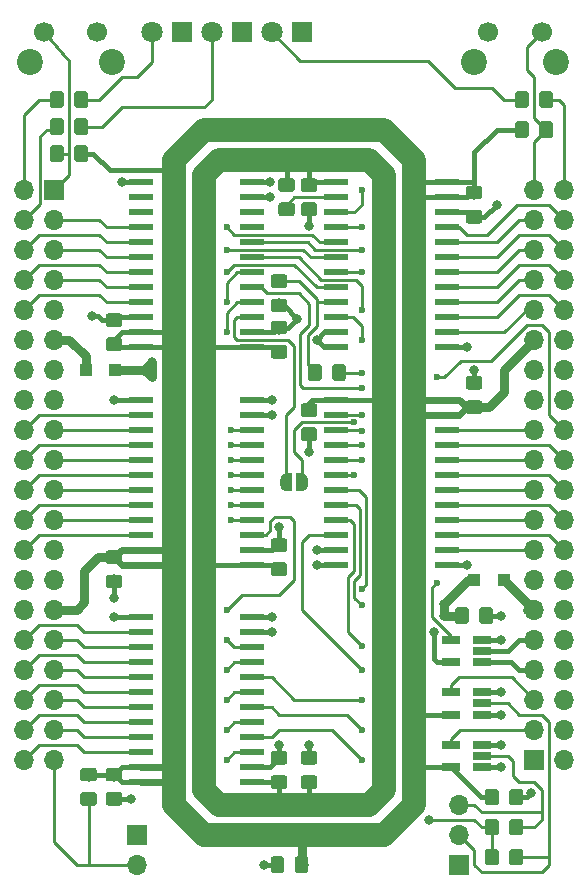
<source format=gtl>
G04 #@! TF.GenerationSoftware,KiCad,Pcbnew,5.1.4-e60b266~84~ubuntu18.04.1*
G04 #@! TF.CreationDate,2019-10-24T14:21:48+01:00*
G04 #@! TF.ProjectId,6809e_adapter,36383039-655f-4616-9461-707465722e6b,rev?*
G04 #@! TF.SameCoordinates,PX9fdfbc0PY791ddc0*
G04 #@! TF.FileFunction,Copper,L1,Top*
G04 #@! TF.FilePolarity,Positive*
%FSLAX46Y46*%
G04 Gerber Fmt 4.6, Leading zero omitted, Abs format (unit mm)*
G04 Created by KiCad (PCBNEW 5.1.4-e60b266~84~ubuntu18.04.1) date 2019-10-24 14:21:48*
%MOMM*%
%LPD*%
G04 APERTURE LIST*
%ADD10R,1.000000X1.000000*%
%ADD11R,2.000000X0.600000*%
%ADD12C,0.100000*%
%ADD13C,1.150000*%
%ADD14C,0.500000*%
%ADD15O,1.700000X1.700000*%
%ADD16R,1.700000X1.700000*%
%ADD17C,2.200000*%
%ADD18C,1.700000*%
%ADD19C,1.800000*%
%ADD20R,1.800000X1.800000*%
%ADD21R,1.560000X0.650000*%
%ADD22C,0.800000*%
%ADD23C,0.600000*%
%ADD24C,0.400000*%
%ADD25C,0.250000*%
%ADD26C,2.000000*%
%ADD27C,0.800000*%
%ADD28C,0.600000*%
G04 APERTURE END LIST*
D10*
X40660000Y27940000D03*
X43160000Y27940000D03*
X10258000Y45720000D03*
X7758000Y45720000D03*
D11*
X38355000Y43180000D03*
X38355000Y41910000D03*
X38355000Y40640000D03*
X38355000Y39370000D03*
X38355000Y38100000D03*
X38355000Y36830000D03*
X38355000Y35560000D03*
X38355000Y34290000D03*
X38355000Y33020000D03*
X38355000Y31750000D03*
X38355000Y30480000D03*
X38355000Y29210000D03*
X28955000Y29210000D03*
X28955000Y30480000D03*
X28955000Y31750000D03*
X28955000Y33020000D03*
X28955000Y34290000D03*
X28955000Y35560000D03*
X28955000Y36830000D03*
X28955000Y38100000D03*
X28955000Y39370000D03*
X28955000Y40640000D03*
X28955000Y41910000D03*
X28955000Y43180000D03*
X12445000Y47625000D03*
X12445000Y48895000D03*
X12445000Y50165000D03*
X12445000Y51435000D03*
X12445000Y52705000D03*
X12445000Y53975000D03*
X12445000Y55245000D03*
X12445000Y56515000D03*
X12445000Y57785000D03*
X12445000Y59055000D03*
X12445000Y60325000D03*
X12445000Y61595000D03*
X21845000Y61595000D03*
X21845000Y60325000D03*
X21845000Y59055000D03*
X21845000Y57785000D03*
X21845000Y56515000D03*
X21845000Y55245000D03*
X21845000Y53975000D03*
X21845000Y52705000D03*
X21845000Y51435000D03*
X21845000Y50165000D03*
X21845000Y48895000D03*
X21845000Y47625000D03*
D12*
G36*
X29559505Y46164796D02*
G01*
X29583773Y46161196D01*
X29607572Y46155235D01*
X29630671Y46146970D01*
X29652850Y46136480D01*
X29673893Y46123868D01*
X29693599Y46109253D01*
X29711777Y46092777D01*
X29728253Y46074599D01*
X29742868Y46054893D01*
X29755480Y46033850D01*
X29765970Y46011671D01*
X29774235Y45988572D01*
X29780196Y45964773D01*
X29783796Y45940505D01*
X29785000Y45916001D01*
X29785000Y45015999D01*
X29783796Y44991495D01*
X29780196Y44967227D01*
X29774235Y44943428D01*
X29765970Y44920329D01*
X29755480Y44898150D01*
X29742868Y44877107D01*
X29728253Y44857401D01*
X29711777Y44839223D01*
X29693599Y44822747D01*
X29673893Y44808132D01*
X29652850Y44795520D01*
X29630671Y44785030D01*
X29607572Y44776765D01*
X29583773Y44770804D01*
X29559505Y44767204D01*
X29535001Y44766000D01*
X28884999Y44766000D01*
X28860495Y44767204D01*
X28836227Y44770804D01*
X28812428Y44776765D01*
X28789329Y44785030D01*
X28767150Y44795520D01*
X28746107Y44808132D01*
X28726401Y44822747D01*
X28708223Y44839223D01*
X28691747Y44857401D01*
X28677132Y44877107D01*
X28664520Y44898150D01*
X28654030Y44920329D01*
X28645765Y44943428D01*
X28639804Y44967227D01*
X28636204Y44991495D01*
X28635000Y45015999D01*
X28635000Y45916001D01*
X28636204Y45940505D01*
X28639804Y45964773D01*
X28645765Y45988572D01*
X28654030Y46011671D01*
X28664520Y46033850D01*
X28677132Y46054893D01*
X28691747Y46074599D01*
X28708223Y46092777D01*
X28726401Y46109253D01*
X28746107Y46123868D01*
X28767150Y46136480D01*
X28789329Y46146970D01*
X28812428Y46155235D01*
X28836227Y46161196D01*
X28860495Y46164796D01*
X28884999Y46166000D01*
X29535001Y46166000D01*
X29559505Y46164796D01*
X29559505Y46164796D01*
G37*
D13*
X29210000Y45466000D03*
D12*
G36*
X27509505Y46164796D02*
G01*
X27533773Y46161196D01*
X27557572Y46155235D01*
X27580671Y46146970D01*
X27602850Y46136480D01*
X27623893Y46123868D01*
X27643599Y46109253D01*
X27661777Y46092777D01*
X27678253Y46074599D01*
X27692868Y46054893D01*
X27705480Y46033850D01*
X27715970Y46011671D01*
X27724235Y45988572D01*
X27730196Y45964773D01*
X27733796Y45940505D01*
X27735000Y45916001D01*
X27735000Y45015999D01*
X27733796Y44991495D01*
X27730196Y44967227D01*
X27724235Y44943428D01*
X27715970Y44920329D01*
X27705480Y44898150D01*
X27692868Y44877107D01*
X27678253Y44857401D01*
X27661777Y44839223D01*
X27643599Y44822747D01*
X27623893Y44808132D01*
X27602850Y44795520D01*
X27580671Y44785030D01*
X27557572Y44776765D01*
X27533773Y44770804D01*
X27509505Y44767204D01*
X27485001Y44766000D01*
X26834999Y44766000D01*
X26810495Y44767204D01*
X26786227Y44770804D01*
X26762428Y44776765D01*
X26739329Y44785030D01*
X26717150Y44795520D01*
X26696107Y44808132D01*
X26676401Y44822747D01*
X26658223Y44839223D01*
X26641747Y44857401D01*
X26627132Y44877107D01*
X26614520Y44898150D01*
X26604030Y44920329D01*
X26595765Y44943428D01*
X26589804Y44967227D01*
X26586204Y44991495D01*
X26585000Y45015999D01*
X26585000Y45916001D01*
X26586204Y45940505D01*
X26589804Y45964773D01*
X26595765Y45988572D01*
X26604030Y46011671D01*
X26614520Y46033850D01*
X26627132Y46054893D01*
X26641747Y46074599D01*
X26658223Y46092777D01*
X26676401Y46109253D01*
X26696107Y46123868D01*
X26717150Y46136480D01*
X26739329Y46146970D01*
X26762428Y46155235D01*
X26786227Y46161196D01*
X26810495Y46164796D01*
X26834999Y46166000D01*
X27485001Y46166000D01*
X27509505Y46164796D01*
X27509505Y46164796D01*
G37*
D13*
X27160000Y45466000D03*
D12*
G36*
X24604505Y51736796D02*
G01*
X24628773Y51733196D01*
X24652572Y51727235D01*
X24675671Y51718970D01*
X24697850Y51708480D01*
X24718893Y51695868D01*
X24738599Y51681253D01*
X24756777Y51664777D01*
X24773253Y51646599D01*
X24787868Y51626893D01*
X24800480Y51605850D01*
X24810970Y51583671D01*
X24819235Y51560572D01*
X24825196Y51536773D01*
X24828796Y51512505D01*
X24830000Y51488001D01*
X24830000Y50837999D01*
X24828796Y50813495D01*
X24825196Y50789227D01*
X24819235Y50765428D01*
X24810970Y50742329D01*
X24800480Y50720150D01*
X24787868Y50699107D01*
X24773253Y50679401D01*
X24756777Y50661223D01*
X24738599Y50644747D01*
X24718893Y50630132D01*
X24697850Y50617520D01*
X24675671Y50607030D01*
X24652572Y50598765D01*
X24628773Y50592804D01*
X24604505Y50589204D01*
X24580001Y50588000D01*
X23679999Y50588000D01*
X23655495Y50589204D01*
X23631227Y50592804D01*
X23607428Y50598765D01*
X23584329Y50607030D01*
X23562150Y50617520D01*
X23541107Y50630132D01*
X23521401Y50644747D01*
X23503223Y50661223D01*
X23486747Y50679401D01*
X23472132Y50699107D01*
X23459520Y50720150D01*
X23449030Y50742329D01*
X23440765Y50765428D01*
X23434804Y50789227D01*
X23431204Y50813495D01*
X23430000Y50837999D01*
X23430000Y51488001D01*
X23431204Y51512505D01*
X23434804Y51536773D01*
X23440765Y51560572D01*
X23449030Y51583671D01*
X23459520Y51605850D01*
X23472132Y51626893D01*
X23486747Y51646599D01*
X23503223Y51664777D01*
X23521401Y51681253D01*
X23541107Y51695868D01*
X23562150Y51708480D01*
X23584329Y51718970D01*
X23607428Y51727235D01*
X23631227Y51733196D01*
X23655495Y51736796D01*
X23679999Y51738000D01*
X24580001Y51738000D01*
X24604505Y51736796D01*
X24604505Y51736796D01*
G37*
D13*
X24130000Y51163000D03*
D12*
G36*
X24604505Y53786796D02*
G01*
X24628773Y53783196D01*
X24652572Y53777235D01*
X24675671Y53768970D01*
X24697850Y53758480D01*
X24718893Y53745868D01*
X24738599Y53731253D01*
X24756777Y53714777D01*
X24773253Y53696599D01*
X24787868Y53676893D01*
X24800480Y53655850D01*
X24810970Y53633671D01*
X24819235Y53610572D01*
X24825196Y53586773D01*
X24828796Y53562505D01*
X24830000Y53538001D01*
X24830000Y52887999D01*
X24828796Y52863495D01*
X24825196Y52839227D01*
X24819235Y52815428D01*
X24810970Y52792329D01*
X24800480Y52770150D01*
X24787868Y52749107D01*
X24773253Y52729401D01*
X24756777Y52711223D01*
X24738599Y52694747D01*
X24718893Y52680132D01*
X24697850Y52667520D01*
X24675671Y52657030D01*
X24652572Y52648765D01*
X24628773Y52642804D01*
X24604505Y52639204D01*
X24580001Y52638000D01*
X23679999Y52638000D01*
X23655495Y52639204D01*
X23631227Y52642804D01*
X23607428Y52648765D01*
X23584329Y52657030D01*
X23562150Y52667520D01*
X23541107Y52680132D01*
X23521401Y52694747D01*
X23503223Y52711223D01*
X23486747Y52729401D01*
X23472132Y52749107D01*
X23459520Y52770150D01*
X23449030Y52792329D01*
X23440765Y52815428D01*
X23434804Y52839227D01*
X23431204Y52863495D01*
X23430000Y52887999D01*
X23430000Y53538001D01*
X23431204Y53562505D01*
X23434804Y53586773D01*
X23440765Y53610572D01*
X23449030Y53633671D01*
X23459520Y53655850D01*
X23472132Y53676893D01*
X23486747Y53696599D01*
X23503223Y53714777D01*
X23521401Y53731253D01*
X23541107Y53745868D01*
X23562150Y53758480D01*
X23584329Y53768970D01*
X23607428Y53777235D01*
X23631227Y53783196D01*
X23655495Y53786796D01*
X23679999Y53788000D01*
X24580001Y53788000D01*
X24604505Y53786796D01*
X24604505Y53786796D01*
G37*
D13*
X24130000Y53213000D03*
D12*
G36*
X42504505Y7683796D02*
G01*
X42528773Y7680196D01*
X42552572Y7674235D01*
X42575671Y7665970D01*
X42597850Y7655480D01*
X42618893Y7642868D01*
X42638599Y7628253D01*
X42656777Y7611777D01*
X42673253Y7593599D01*
X42687868Y7573893D01*
X42700480Y7552850D01*
X42710970Y7530671D01*
X42719235Y7507572D01*
X42725196Y7483773D01*
X42728796Y7459505D01*
X42730000Y7435001D01*
X42730000Y6534999D01*
X42728796Y6510495D01*
X42725196Y6486227D01*
X42719235Y6462428D01*
X42710970Y6439329D01*
X42700480Y6417150D01*
X42687868Y6396107D01*
X42673253Y6376401D01*
X42656777Y6358223D01*
X42638599Y6341747D01*
X42618893Y6327132D01*
X42597850Y6314520D01*
X42575671Y6304030D01*
X42552572Y6295765D01*
X42528773Y6289804D01*
X42504505Y6286204D01*
X42480001Y6285000D01*
X41829999Y6285000D01*
X41805495Y6286204D01*
X41781227Y6289804D01*
X41757428Y6295765D01*
X41734329Y6304030D01*
X41712150Y6314520D01*
X41691107Y6327132D01*
X41671401Y6341747D01*
X41653223Y6358223D01*
X41636747Y6376401D01*
X41622132Y6396107D01*
X41609520Y6417150D01*
X41599030Y6439329D01*
X41590765Y6462428D01*
X41584804Y6486227D01*
X41581204Y6510495D01*
X41580000Y6534999D01*
X41580000Y7435001D01*
X41581204Y7459505D01*
X41584804Y7483773D01*
X41590765Y7507572D01*
X41599030Y7530671D01*
X41609520Y7552850D01*
X41622132Y7573893D01*
X41636747Y7593599D01*
X41653223Y7611777D01*
X41671401Y7628253D01*
X41691107Y7642868D01*
X41712150Y7655480D01*
X41734329Y7665970D01*
X41757428Y7674235D01*
X41781227Y7680196D01*
X41805495Y7683796D01*
X41829999Y7685000D01*
X42480001Y7685000D01*
X42504505Y7683796D01*
X42504505Y7683796D01*
G37*
D13*
X42155000Y6985000D03*
D12*
G36*
X44554505Y7683796D02*
G01*
X44578773Y7680196D01*
X44602572Y7674235D01*
X44625671Y7665970D01*
X44647850Y7655480D01*
X44668893Y7642868D01*
X44688599Y7628253D01*
X44706777Y7611777D01*
X44723253Y7593599D01*
X44737868Y7573893D01*
X44750480Y7552850D01*
X44760970Y7530671D01*
X44769235Y7507572D01*
X44775196Y7483773D01*
X44778796Y7459505D01*
X44780000Y7435001D01*
X44780000Y6534999D01*
X44778796Y6510495D01*
X44775196Y6486227D01*
X44769235Y6462428D01*
X44760970Y6439329D01*
X44750480Y6417150D01*
X44737868Y6396107D01*
X44723253Y6376401D01*
X44706777Y6358223D01*
X44688599Y6341747D01*
X44668893Y6327132D01*
X44647850Y6314520D01*
X44625671Y6304030D01*
X44602572Y6295765D01*
X44578773Y6289804D01*
X44554505Y6286204D01*
X44530001Y6285000D01*
X43879999Y6285000D01*
X43855495Y6286204D01*
X43831227Y6289804D01*
X43807428Y6295765D01*
X43784329Y6304030D01*
X43762150Y6314520D01*
X43741107Y6327132D01*
X43721401Y6341747D01*
X43703223Y6358223D01*
X43686747Y6376401D01*
X43672132Y6396107D01*
X43659520Y6417150D01*
X43649030Y6439329D01*
X43640765Y6462428D01*
X43634804Y6486227D01*
X43631204Y6510495D01*
X43630000Y6534999D01*
X43630000Y7435001D01*
X43631204Y7459505D01*
X43634804Y7483773D01*
X43640765Y7507572D01*
X43649030Y7530671D01*
X43659520Y7552850D01*
X43672132Y7573893D01*
X43686747Y7593599D01*
X43703223Y7611777D01*
X43721401Y7628253D01*
X43741107Y7642868D01*
X43762150Y7655480D01*
X43784329Y7665970D01*
X43807428Y7674235D01*
X43831227Y7680196D01*
X43855495Y7683796D01*
X43879999Y7685000D01*
X44530001Y7685000D01*
X44554505Y7683796D01*
X44554505Y7683796D01*
G37*
D13*
X44205000Y6985000D03*
D14*
X26050000Y36195000D03*
D12*
G36*
X26050000Y36944398D02*
G01*
X26074534Y36944398D01*
X26123365Y36939588D01*
X26171490Y36930016D01*
X26218445Y36915772D01*
X26263778Y36896995D01*
X26307051Y36873864D01*
X26347850Y36846604D01*
X26385779Y36815476D01*
X26420476Y36780779D01*
X26451604Y36742850D01*
X26478864Y36702051D01*
X26501995Y36658778D01*
X26520772Y36613445D01*
X26535016Y36566490D01*
X26544588Y36518365D01*
X26549398Y36469534D01*
X26549398Y36445000D01*
X26550000Y36445000D01*
X26550000Y35945000D01*
X26549398Y35945000D01*
X26549398Y35920466D01*
X26544588Y35871635D01*
X26535016Y35823510D01*
X26520772Y35776555D01*
X26501995Y35731222D01*
X26478864Y35687949D01*
X26451604Y35647150D01*
X26420476Y35609221D01*
X26385779Y35574524D01*
X26347850Y35543396D01*
X26307051Y35516136D01*
X26263778Y35493005D01*
X26218445Y35474228D01*
X26171490Y35459984D01*
X26123365Y35450412D01*
X26074534Y35445602D01*
X26050000Y35445602D01*
X26050000Y35445000D01*
X25550000Y35445000D01*
X25550000Y36945000D01*
X26050000Y36945000D01*
X26050000Y36944398D01*
X26050000Y36944398D01*
G37*
D14*
X24750000Y36195000D03*
D12*
G36*
X25250000Y35445000D02*
G01*
X24750000Y35445000D01*
X24750000Y35445602D01*
X24725466Y35445602D01*
X24676635Y35450412D01*
X24628510Y35459984D01*
X24581555Y35474228D01*
X24536222Y35493005D01*
X24492949Y35516136D01*
X24452150Y35543396D01*
X24414221Y35574524D01*
X24379524Y35609221D01*
X24348396Y35647150D01*
X24321136Y35687949D01*
X24298005Y35731222D01*
X24279228Y35776555D01*
X24264984Y35823510D01*
X24255412Y35871635D01*
X24250602Y35920466D01*
X24250602Y35945000D01*
X24250000Y35945000D01*
X24250000Y36445000D01*
X24250602Y36445000D01*
X24250602Y36469534D01*
X24255412Y36518365D01*
X24264984Y36566490D01*
X24279228Y36613445D01*
X24298005Y36658778D01*
X24321136Y36702051D01*
X24348396Y36742850D01*
X24379524Y36780779D01*
X24414221Y36815476D01*
X24452150Y36846604D01*
X24492949Y36873864D01*
X24536222Y36896995D01*
X24581555Y36915772D01*
X24628510Y36930016D01*
X24676635Y36939588D01*
X24725466Y36944398D01*
X24750000Y36944398D01*
X24750000Y36945000D01*
X25250000Y36945000D01*
X25250000Y35445000D01*
X25250000Y35445000D01*
G37*
G36*
X44554505Y10223796D02*
G01*
X44578773Y10220196D01*
X44602572Y10214235D01*
X44625671Y10205970D01*
X44647850Y10195480D01*
X44668893Y10182868D01*
X44688599Y10168253D01*
X44706777Y10151777D01*
X44723253Y10133599D01*
X44737868Y10113893D01*
X44750480Y10092850D01*
X44760970Y10070671D01*
X44769235Y10047572D01*
X44775196Y10023773D01*
X44778796Y9999505D01*
X44780000Y9975001D01*
X44780000Y9074999D01*
X44778796Y9050495D01*
X44775196Y9026227D01*
X44769235Y9002428D01*
X44760970Y8979329D01*
X44750480Y8957150D01*
X44737868Y8936107D01*
X44723253Y8916401D01*
X44706777Y8898223D01*
X44688599Y8881747D01*
X44668893Y8867132D01*
X44647850Y8854520D01*
X44625671Y8844030D01*
X44602572Y8835765D01*
X44578773Y8829804D01*
X44554505Y8826204D01*
X44530001Y8825000D01*
X43879999Y8825000D01*
X43855495Y8826204D01*
X43831227Y8829804D01*
X43807428Y8835765D01*
X43784329Y8844030D01*
X43762150Y8854520D01*
X43741107Y8867132D01*
X43721401Y8881747D01*
X43703223Y8898223D01*
X43686747Y8916401D01*
X43672132Y8936107D01*
X43659520Y8957150D01*
X43649030Y8979329D01*
X43640765Y9002428D01*
X43634804Y9026227D01*
X43631204Y9050495D01*
X43630000Y9074999D01*
X43630000Y9975001D01*
X43631204Y9999505D01*
X43634804Y10023773D01*
X43640765Y10047572D01*
X43649030Y10070671D01*
X43659520Y10092850D01*
X43672132Y10113893D01*
X43686747Y10133599D01*
X43703223Y10151777D01*
X43721401Y10168253D01*
X43741107Y10182868D01*
X43762150Y10195480D01*
X43784329Y10205970D01*
X43807428Y10214235D01*
X43831227Y10220196D01*
X43855495Y10223796D01*
X43879999Y10225000D01*
X44530001Y10225000D01*
X44554505Y10223796D01*
X44554505Y10223796D01*
G37*
D13*
X44205000Y9525000D03*
D12*
G36*
X42504505Y10223796D02*
G01*
X42528773Y10220196D01*
X42552572Y10214235D01*
X42575671Y10205970D01*
X42597850Y10195480D01*
X42618893Y10182868D01*
X42638599Y10168253D01*
X42656777Y10151777D01*
X42673253Y10133599D01*
X42687868Y10113893D01*
X42700480Y10092850D01*
X42710970Y10070671D01*
X42719235Y10047572D01*
X42725196Y10023773D01*
X42728796Y9999505D01*
X42730000Y9975001D01*
X42730000Y9074999D01*
X42728796Y9050495D01*
X42725196Y9026227D01*
X42719235Y9002428D01*
X42710970Y8979329D01*
X42700480Y8957150D01*
X42687868Y8936107D01*
X42673253Y8916401D01*
X42656777Y8898223D01*
X42638599Y8881747D01*
X42618893Y8867132D01*
X42597850Y8854520D01*
X42575671Y8844030D01*
X42552572Y8835765D01*
X42528773Y8829804D01*
X42504505Y8826204D01*
X42480001Y8825000D01*
X41829999Y8825000D01*
X41805495Y8826204D01*
X41781227Y8829804D01*
X41757428Y8835765D01*
X41734329Y8844030D01*
X41712150Y8854520D01*
X41691107Y8867132D01*
X41671401Y8881747D01*
X41653223Y8898223D01*
X41636747Y8916401D01*
X41622132Y8936107D01*
X41609520Y8957150D01*
X41599030Y8979329D01*
X41590765Y9002428D01*
X41584804Y9026227D01*
X41581204Y9050495D01*
X41580000Y9074999D01*
X41580000Y9975001D01*
X41581204Y9999505D01*
X41584804Y10023773D01*
X41590765Y10047572D01*
X41599030Y10070671D01*
X41609520Y10092850D01*
X41622132Y10113893D01*
X41636747Y10133599D01*
X41653223Y10151777D01*
X41671401Y10168253D01*
X41691107Y10182868D01*
X41712150Y10195480D01*
X41734329Y10205970D01*
X41757428Y10214235D01*
X41781227Y10220196D01*
X41805495Y10223796D01*
X41829999Y10225000D01*
X42480001Y10225000D01*
X42504505Y10223796D01*
X42504505Y10223796D01*
G37*
D13*
X42155000Y9525000D03*
D12*
G36*
X42014505Y25590796D02*
G01*
X42038773Y25587196D01*
X42062572Y25581235D01*
X42085671Y25572970D01*
X42107850Y25562480D01*
X42128893Y25549868D01*
X42148599Y25535253D01*
X42166777Y25518777D01*
X42183253Y25500599D01*
X42197868Y25480893D01*
X42210480Y25459850D01*
X42220970Y25437671D01*
X42229235Y25414572D01*
X42235196Y25390773D01*
X42238796Y25366505D01*
X42240000Y25342001D01*
X42240000Y24441999D01*
X42238796Y24417495D01*
X42235196Y24393227D01*
X42229235Y24369428D01*
X42220970Y24346329D01*
X42210480Y24324150D01*
X42197868Y24303107D01*
X42183253Y24283401D01*
X42166777Y24265223D01*
X42148599Y24248747D01*
X42128893Y24234132D01*
X42107850Y24221520D01*
X42085671Y24211030D01*
X42062572Y24202765D01*
X42038773Y24196804D01*
X42014505Y24193204D01*
X41990001Y24192000D01*
X41339999Y24192000D01*
X41315495Y24193204D01*
X41291227Y24196804D01*
X41267428Y24202765D01*
X41244329Y24211030D01*
X41222150Y24221520D01*
X41201107Y24234132D01*
X41181401Y24248747D01*
X41163223Y24265223D01*
X41146747Y24283401D01*
X41132132Y24303107D01*
X41119520Y24324150D01*
X41109030Y24346329D01*
X41100765Y24369428D01*
X41094804Y24393227D01*
X41091204Y24417495D01*
X41090000Y24441999D01*
X41090000Y25342001D01*
X41091204Y25366505D01*
X41094804Y25390773D01*
X41100765Y25414572D01*
X41109030Y25437671D01*
X41119520Y25459850D01*
X41132132Y25480893D01*
X41146747Y25500599D01*
X41163223Y25518777D01*
X41181401Y25535253D01*
X41201107Y25549868D01*
X41222150Y25562480D01*
X41244329Y25572970D01*
X41267428Y25581235D01*
X41291227Y25587196D01*
X41315495Y25590796D01*
X41339999Y25592000D01*
X41990001Y25592000D01*
X42014505Y25590796D01*
X42014505Y25590796D01*
G37*
D13*
X41665000Y24892000D03*
D12*
G36*
X39964505Y25590796D02*
G01*
X39988773Y25587196D01*
X40012572Y25581235D01*
X40035671Y25572970D01*
X40057850Y25562480D01*
X40078893Y25549868D01*
X40098599Y25535253D01*
X40116777Y25518777D01*
X40133253Y25500599D01*
X40147868Y25480893D01*
X40160480Y25459850D01*
X40170970Y25437671D01*
X40179235Y25414572D01*
X40185196Y25390773D01*
X40188796Y25366505D01*
X40190000Y25342001D01*
X40190000Y24441999D01*
X40188796Y24417495D01*
X40185196Y24393227D01*
X40179235Y24369428D01*
X40170970Y24346329D01*
X40160480Y24324150D01*
X40147868Y24303107D01*
X40133253Y24283401D01*
X40116777Y24265223D01*
X40098599Y24248747D01*
X40078893Y24234132D01*
X40057850Y24221520D01*
X40035671Y24211030D01*
X40012572Y24202765D01*
X39988773Y24196804D01*
X39964505Y24193204D01*
X39940001Y24192000D01*
X39289999Y24192000D01*
X39265495Y24193204D01*
X39241227Y24196804D01*
X39217428Y24202765D01*
X39194329Y24211030D01*
X39172150Y24221520D01*
X39151107Y24234132D01*
X39131401Y24248747D01*
X39113223Y24265223D01*
X39096747Y24283401D01*
X39082132Y24303107D01*
X39069520Y24324150D01*
X39059030Y24346329D01*
X39050765Y24369428D01*
X39044804Y24393227D01*
X39041204Y24417495D01*
X39040000Y24441999D01*
X39040000Y25342001D01*
X39041204Y25366505D01*
X39044804Y25390773D01*
X39050765Y25414572D01*
X39059030Y25437671D01*
X39069520Y25459850D01*
X39082132Y25480893D01*
X39096747Y25500599D01*
X39113223Y25518777D01*
X39131401Y25535253D01*
X39151107Y25549868D01*
X39172150Y25562480D01*
X39194329Y25572970D01*
X39217428Y25581235D01*
X39241227Y25587196D01*
X39265495Y25590796D01*
X39289999Y25592000D01*
X39940001Y25592000D01*
X39964505Y25590796D01*
X39964505Y25590796D01*
G37*
D13*
X39615000Y24892000D03*
D15*
X12065000Y3810000D03*
D16*
X12065000Y6350000D03*
D15*
X39370000Y8890000D03*
X39370000Y6350000D03*
D16*
X39370000Y3810000D03*
D17*
X47605000Y71795000D03*
X40605000Y71795000D03*
D18*
X46355000Y74295000D03*
X41855000Y74295000D03*
D17*
X10004500Y71795000D03*
X3004500Y71795000D03*
D18*
X8754500Y74295000D03*
X4254500Y74295000D03*
D19*
X18415000Y74295000D03*
D20*
X20955000Y74295000D03*
D19*
X23495000Y74295000D03*
D20*
X26035000Y74295000D03*
D19*
X13335000Y74295000D03*
D20*
X15875000Y74295000D03*
D15*
X2540000Y12700000D03*
X5080000Y12700000D03*
X2540000Y15240000D03*
X5080000Y15240000D03*
X2540000Y17780000D03*
X5080000Y17780000D03*
X2540000Y20320000D03*
X5080000Y20320000D03*
X2540000Y22860000D03*
X5080000Y22860000D03*
X2540000Y25400000D03*
X5080000Y25400000D03*
X2540000Y27940000D03*
X5080000Y27940000D03*
X2540000Y30480000D03*
X5080000Y30480000D03*
X2540000Y33020000D03*
X5080000Y33020000D03*
X2540000Y35560000D03*
X5080000Y35560000D03*
X2540000Y38100000D03*
X5080000Y38100000D03*
X2540000Y40640000D03*
X5080000Y40640000D03*
X2540000Y43180000D03*
X5080000Y43180000D03*
X2540000Y45720000D03*
X5080000Y45720000D03*
X2540000Y48260000D03*
X5080000Y48260000D03*
X2540000Y50800000D03*
X5080000Y50800000D03*
X2540000Y53340000D03*
X5080000Y53340000D03*
X2540000Y55880000D03*
X5080000Y55880000D03*
X2540000Y58420000D03*
X5080000Y58420000D03*
X2540000Y60960000D03*
D16*
X5080000Y60960000D03*
D15*
X48260000Y60960000D03*
X45720000Y60960000D03*
X48260000Y58420000D03*
X45720000Y58420000D03*
X48260000Y55880000D03*
X45720000Y55880000D03*
X48260000Y53340000D03*
X45720000Y53340000D03*
X48260000Y50800000D03*
X45720000Y50800000D03*
X48260000Y48260000D03*
X45720000Y48260000D03*
X48260000Y45720000D03*
X45720000Y45720000D03*
X48260000Y43180000D03*
X45720000Y43180000D03*
X48260000Y40640000D03*
X45720000Y40640000D03*
X48260000Y38100000D03*
X45720000Y38100000D03*
X48260000Y35560000D03*
X45720000Y35560000D03*
X48260000Y33020000D03*
X45720000Y33020000D03*
X48260000Y30480000D03*
X45720000Y30480000D03*
X48260000Y27940000D03*
X45720000Y27940000D03*
X48260000Y25400000D03*
X45720000Y25400000D03*
X48260000Y22860000D03*
X45720000Y22860000D03*
X48260000Y20320000D03*
X45720000Y20320000D03*
X48260000Y17780000D03*
X45720000Y17780000D03*
X48260000Y15240000D03*
X45720000Y15240000D03*
X48260000Y12700000D03*
D16*
X45720000Y12700000D03*
D21*
X38655000Y12065000D03*
X38655000Y13965000D03*
X41355000Y13965000D03*
X41355000Y13015000D03*
X41355000Y12065000D03*
X38655000Y16510000D03*
X38655000Y18410000D03*
X41355000Y18410000D03*
X41355000Y17460000D03*
X41355000Y16510000D03*
X38655000Y20960000D03*
X38655000Y22860000D03*
X41355000Y22860000D03*
X41355000Y21910000D03*
X41355000Y20960000D03*
D12*
G36*
X45044505Y69278796D02*
G01*
X45068773Y69275196D01*
X45092572Y69269235D01*
X45115671Y69260970D01*
X45137850Y69250480D01*
X45158893Y69237868D01*
X45178599Y69223253D01*
X45196777Y69206777D01*
X45213253Y69188599D01*
X45227868Y69168893D01*
X45240480Y69147850D01*
X45250970Y69125671D01*
X45259235Y69102572D01*
X45265196Y69078773D01*
X45268796Y69054505D01*
X45270000Y69030001D01*
X45270000Y68129999D01*
X45268796Y68105495D01*
X45265196Y68081227D01*
X45259235Y68057428D01*
X45250970Y68034329D01*
X45240480Y68012150D01*
X45227868Y67991107D01*
X45213253Y67971401D01*
X45196777Y67953223D01*
X45178599Y67936747D01*
X45158893Y67922132D01*
X45137850Y67909520D01*
X45115671Y67899030D01*
X45092572Y67890765D01*
X45068773Y67884804D01*
X45044505Y67881204D01*
X45020001Y67880000D01*
X44369999Y67880000D01*
X44345495Y67881204D01*
X44321227Y67884804D01*
X44297428Y67890765D01*
X44274329Y67899030D01*
X44252150Y67909520D01*
X44231107Y67922132D01*
X44211401Y67936747D01*
X44193223Y67953223D01*
X44176747Y67971401D01*
X44162132Y67991107D01*
X44149520Y68012150D01*
X44139030Y68034329D01*
X44130765Y68057428D01*
X44124804Y68081227D01*
X44121204Y68105495D01*
X44120000Y68129999D01*
X44120000Y69030001D01*
X44121204Y69054505D01*
X44124804Y69078773D01*
X44130765Y69102572D01*
X44139030Y69125671D01*
X44149520Y69147850D01*
X44162132Y69168893D01*
X44176747Y69188599D01*
X44193223Y69206777D01*
X44211401Y69223253D01*
X44231107Y69237868D01*
X44252150Y69250480D01*
X44274329Y69260970D01*
X44297428Y69269235D01*
X44321227Y69275196D01*
X44345495Y69278796D01*
X44369999Y69280000D01*
X45020001Y69280000D01*
X45044505Y69278796D01*
X45044505Y69278796D01*
G37*
D13*
X44695000Y68580000D03*
D12*
G36*
X47094505Y69278796D02*
G01*
X47118773Y69275196D01*
X47142572Y69269235D01*
X47165671Y69260970D01*
X47187850Y69250480D01*
X47208893Y69237868D01*
X47228599Y69223253D01*
X47246777Y69206777D01*
X47263253Y69188599D01*
X47277868Y69168893D01*
X47290480Y69147850D01*
X47300970Y69125671D01*
X47309235Y69102572D01*
X47315196Y69078773D01*
X47318796Y69054505D01*
X47320000Y69030001D01*
X47320000Y68129999D01*
X47318796Y68105495D01*
X47315196Y68081227D01*
X47309235Y68057428D01*
X47300970Y68034329D01*
X47290480Y68012150D01*
X47277868Y67991107D01*
X47263253Y67971401D01*
X47246777Y67953223D01*
X47228599Y67936747D01*
X47208893Y67922132D01*
X47187850Y67909520D01*
X47165671Y67899030D01*
X47142572Y67890765D01*
X47118773Y67884804D01*
X47094505Y67881204D01*
X47070001Y67880000D01*
X46419999Y67880000D01*
X46395495Y67881204D01*
X46371227Y67884804D01*
X46347428Y67890765D01*
X46324329Y67899030D01*
X46302150Y67909520D01*
X46281107Y67922132D01*
X46261401Y67936747D01*
X46243223Y67953223D01*
X46226747Y67971401D01*
X46212132Y67991107D01*
X46199520Y68012150D01*
X46189030Y68034329D01*
X46180765Y68057428D01*
X46174804Y68081227D01*
X46171204Y68105495D01*
X46170000Y68129999D01*
X46170000Y69030001D01*
X46171204Y69054505D01*
X46174804Y69078773D01*
X46180765Y69102572D01*
X46189030Y69125671D01*
X46199520Y69147850D01*
X46212132Y69168893D01*
X46226747Y69188599D01*
X46243223Y69206777D01*
X46261401Y69223253D01*
X46281107Y69237868D01*
X46302150Y69250480D01*
X46324329Y69260970D01*
X46347428Y69269235D01*
X46371227Y69275196D01*
X46395495Y69278796D01*
X46419999Y69280000D01*
X47070001Y69280000D01*
X47094505Y69278796D01*
X47094505Y69278796D01*
G37*
D13*
X46745000Y68580000D03*
D12*
G36*
X7724505Y66992796D02*
G01*
X7748773Y66989196D01*
X7772572Y66983235D01*
X7795671Y66974970D01*
X7817850Y66964480D01*
X7838893Y66951868D01*
X7858599Y66937253D01*
X7876777Y66920777D01*
X7893253Y66902599D01*
X7907868Y66882893D01*
X7920480Y66861850D01*
X7930970Y66839671D01*
X7939235Y66816572D01*
X7945196Y66792773D01*
X7948796Y66768505D01*
X7950000Y66744001D01*
X7950000Y65843999D01*
X7948796Y65819495D01*
X7945196Y65795227D01*
X7939235Y65771428D01*
X7930970Y65748329D01*
X7920480Y65726150D01*
X7907868Y65705107D01*
X7893253Y65685401D01*
X7876777Y65667223D01*
X7858599Y65650747D01*
X7838893Y65636132D01*
X7817850Y65623520D01*
X7795671Y65613030D01*
X7772572Y65604765D01*
X7748773Y65598804D01*
X7724505Y65595204D01*
X7700001Y65594000D01*
X7049999Y65594000D01*
X7025495Y65595204D01*
X7001227Y65598804D01*
X6977428Y65604765D01*
X6954329Y65613030D01*
X6932150Y65623520D01*
X6911107Y65636132D01*
X6891401Y65650747D01*
X6873223Y65667223D01*
X6856747Y65685401D01*
X6842132Y65705107D01*
X6829520Y65726150D01*
X6819030Y65748329D01*
X6810765Y65771428D01*
X6804804Y65795227D01*
X6801204Y65819495D01*
X6800000Y65843999D01*
X6800000Y66744001D01*
X6801204Y66768505D01*
X6804804Y66792773D01*
X6810765Y66816572D01*
X6819030Y66839671D01*
X6829520Y66861850D01*
X6842132Y66882893D01*
X6856747Y66902599D01*
X6873223Y66920777D01*
X6891401Y66937253D01*
X6911107Y66951868D01*
X6932150Y66964480D01*
X6954329Y66974970D01*
X6977428Y66983235D01*
X7001227Y66989196D01*
X7025495Y66992796D01*
X7049999Y66994000D01*
X7700001Y66994000D01*
X7724505Y66992796D01*
X7724505Y66992796D01*
G37*
D13*
X7375000Y66294000D03*
D12*
G36*
X5674505Y66992796D02*
G01*
X5698773Y66989196D01*
X5722572Y66983235D01*
X5745671Y66974970D01*
X5767850Y66964480D01*
X5788893Y66951868D01*
X5808599Y66937253D01*
X5826777Y66920777D01*
X5843253Y66902599D01*
X5857868Y66882893D01*
X5870480Y66861850D01*
X5880970Y66839671D01*
X5889235Y66816572D01*
X5895196Y66792773D01*
X5898796Y66768505D01*
X5900000Y66744001D01*
X5900000Y65843999D01*
X5898796Y65819495D01*
X5895196Y65795227D01*
X5889235Y65771428D01*
X5880970Y65748329D01*
X5870480Y65726150D01*
X5857868Y65705107D01*
X5843253Y65685401D01*
X5826777Y65667223D01*
X5808599Y65650747D01*
X5788893Y65636132D01*
X5767850Y65623520D01*
X5745671Y65613030D01*
X5722572Y65604765D01*
X5698773Y65598804D01*
X5674505Y65595204D01*
X5650001Y65594000D01*
X4999999Y65594000D01*
X4975495Y65595204D01*
X4951227Y65598804D01*
X4927428Y65604765D01*
X4904329Y65613030D01*
X4882150Y65623520D01*
X4861107Y65636132D01*
X4841401Y65650747D01*
X4823223Y65667223D01*
X4806747Y65685401D01*
X4792132Y65705107D01*
X4779520Y65726150D01*
X4769030Y65748329D01*
X4760765Y65771428D01*
X4754804Y65795227D01*
X4751204Y65819495D01*
X4750000Y65843999D01*
X4750000Y66744001D01*
X4751204Y66768505D01*
X4754804Y66792773D01*
X4760765Y66816572D01*
X4769030Y66839671D01*
X4779520Y66861850D01*
X4792132Y66882893D01*
X4806747Y66902599D01*
X4823223Y66920777D01*
X4841401Y66937253D01*
X4861107Y66951868D01*
X4882150Y66964480D01*
X4904329Y66974970D01*
X4927428Y66983235D01*
X4951227Y66989196D01*
X4975495Y66992796D01*
X4999999Y66994000D01*
X5650001Y66994000D01*
X5674505Y66992796D01*
X5674505Y66992796D01*
G37*
D13*
X5325000Y66294000D03*
D12*
G36*
X7724505Y69278796D02*
G01*
X7748773Y69275196D01*
X7772572Y69269235D01*
X7795671Y69260970D01*
X7817850Y69250480D01*
X7838893Y69237868D01*
X7858599Y69223253D01*
X7876777Y69206777D01*
X7893253Y69188599D01*
X7907868Y69168893D01*
X7920480Y69147850D01*
X7930970Y69125671D01*
X7939235Y69102572D01*
X7945196Y69078773D01*
X7948796Y69054505D01*
X7950000Y69030001D01*
X7950000Y68129999D01*
X7948796Y68105495D01*
X7945196Y68081227D01*
X7939235Y68057428D01*
X7930970Y68034329D01*
X7920480Y68012150D01*
X7907868Y67991107D01*
X7893253Y67971401D01*
X7876777Y67953223D01*
X7858599Y67936747D01*
X7838893Y67922132D01*
X7817850Y67909520D01*
X7795671Y67899030D01*
X7772572Y67890765D01*
X7748773Y67884804D01*
X7724505Y67881204D01*
X7700001Y67880000D01*
X7049999Y67880000D01*
X7025495Y67881204D01*
X7001227Y67884804D01*
X6977428Y67890765D01*
X6954329Y67899030D01*
X6932150Y67909520D01*
X6911107Y67922132D01*
X6891401Y67936747D01*
X6873223Y67953223D01*
X6856747Y67971401D01*
X6842132Y67991107D01*
X6829520Y68012150D01*
X6819030Y68034329D01*
X6810765Y68057428D01*
X6804804Y68081227D01*
X6801204Y68105495D01*
X6800000Y68129999D01*
X6800000Y69030001D01*
X6801204Y69054505D01*
X6804804Y69078773D01*
X6810765Y69102572D01*
X6819030Y69125671D01*
X6829520Y69147850D01*
X6842132Y69168893D01*
X6856747Y69188599D01*
X6873223Y69206777D01*
X6891401Y69223253D01*
X6911107Y69237868D01*
X6932150Y69250480D01*
X6954329Y69260970D01*
X6977428Y69269235D01*
X7001227Y69275196D01*
X7025495Y69278796D01*
X7049999Y69280000D01*
X7700001Y69280000D01*
X7724505Y69278796D01*
X7724505Y69278796D01*
G37*
D13*
X7375000Y68580000D03*
D12*
G36*
X5674505Y69278796D02*
G01*
X5698773Y69275196D01*
X5722572Y69269235D01*
X5745671Y69260970D01*
X5767850Y69250480D01*
X5788893Y69237868D01*
X5808599Y69223253D01*
X5826777Y69206777D01*
X5843253Y69188599D01*
X5857868Y69168893D01*
X5870480Y69147850D01*
X5880970Y69125671D01*
X5889235Y69102572D01*
X5895196Y69078773D01*
X5898796Y69054505D01*
X5900000Y69030001D01*
X5900000Y68129999D01*
X5898796Y68105495D01*
X5895196Y68081227D01*
X5889235Y68057428D01*
X5880970Y68034329D01*
X5870480Y68012150D01*
X5857868Y67991107D01*
X5843253Y67971401D01*
X5826777Y67953223D01*
X5808599Y67936747D01*
X5788893Y67922132D01*
X5767850Y67909520D01*
X5745671Y67899030D01*
X5722572Y67890765D01*
X5698773Y67884804D01*
X5674505Y67881204D01*
X5650001Y67880000D01*
X4999999Y67880000D01*
X4975495Y67881204D01*
X4951227Y67884804D01*
X4927428Y67890765D01*
X4904329Y67899030D01*
X4882150Y67909520D01*
X4861107Y67922132D01*
X4841401Y67936747D01*
X4823223Y67953223D01*
X4806747Y67971401D01*
X4792132Y67991107D01*
X4779520Y68012150D01*
X4769030Y68034329D01*
X4760765Y68057428D01*
X4754804Y68081227D01*
X4751204Y68105495D01*
X4750000Y68129999D01*
X4750000Y69030001D01*
X4751204Y69054505D01*
X4754804Y69078773D01*
X4760765Y69102572D01*
X4769030Y69125671D01*
X4779520Y69147850D01*
X4792132Y69168893D01*
X4806747Y69188599D01*
X4823223Y69206777D01*
X4841401Y69223253D01*
X4861107Y69237868D01*
X4882150Y69250480D01*
X4904329Y69260970D01*
X4927428Y69269235D01*
X4951227Y69275196D01*
X4975495Y69278796D01*
X4999999Y69280000D01*
X5650001Y69280000D01*
X5674505Y69278796D01*
X5674505Y69278796D01*
G37*
D13*
X5325000Y68580000D03*
D12*
G36*
X47094505Y66738796D02*
G01*
X47118773Y66735196D01*
X47142572Y66729235D01*
X47165671Y66720970D01*
X47187850Y66710480D01*
X47208893Y66697868D01*
X47228599Y66683253D01*
X47246777Y66666777D01*
X47263253Y66648599D01*
X47277868Y66628893D01*
X47290480Y66607850D01*
X47300970Y66585671D01*
X47309235Y66562572D01*
X47315196Y66538773D01*
X47318796Y66514505D01*
X47320000Y66490001D01*
X47320000Y65589999D01*
X47318796Y65565495D01*
X47315196Y65541227D01*
X47309235Y65517428D01*
X47300970Y65494329D01*
X47290480Y65472150D01*
X47277868Y65451107D01*
X47263253Y65431401D01*
X47246777Y65413223D01*
X47228599Y65396747D01*
X47208893Y65382132D01*
X47187850Y65369520D01*
X47165671Y65359030D01*
X47142572Y65350765D01*
X47118773Y65344804D01*
X47094505Y65341204D01*
X47070001Y65340000D01*
X46419999Y65340000D01*
X46395495Y65341204D01*
X46371227Y65344804D01*
X46347428Y65350765D01*
X46324329Y65359030D01*
X46302150Y65369520D01*
X46281107Y65382132D01*
X46261401Y65396747D01*
X46243223Y65413223D01*
X46226747Y65431401D01*
X46212132Y65451107D01*
X46199520Y65472150D01*
X46189030Y65494329D01*
X46180765Y65517428D01*
X46174804Y65541227D01*
X46171204Y65565495D01*
X46170000Y65589999D01*
X46170000Y66490001D01*
X46171204Y66514505D01*
X46174804Y66538773D01*
X46180765Y66562572D01*
X46189030Y66585671D01*
X46199520Y66607850D01*
X46212132Y66628893D01*
X46226747Y66648599D01*
X46243223Y66666777D01*
X46261401Y66683253D01*
X46281107Y66697868D01*
X46302150Y66710480D01*
X46324329Y66720970D01*
X46347428Y66729235D01*
X46371227Y66735196D01*
X46395495Y66738796D01*
X46419999Y66740000D01*
X47070001Y66740000D01*
X47094505Y66738796D01*
X47094505Y66738796D01*
G37*
D13*
X46745000Y66040000D03*
D12*
G36*
X45044505Y66738796D02*
G01*
X45068773Y66735196D01*
X45092572Y66729235D01*
X45115671Y66720970D01*
X45137850Y66710480D01*
X45158893Y66697868D01*
X45178599Y66683253D01*
X45196777Y66666777D01*
X45213253Y66648599D01*
X45227868Y66628893D01*
X45240480Y66607850D01*
X45250970Y66585671D01*
X45259235Y66562572D01*
X45265196Y66538773D01*
X45268796Y66514505D01*
X45270000Y66490001D01*
X45270000Y65589999D01*
X45268796Y65565495D01*
X45265196Y65541227D01*
X45259235Y65517428D01*
X45250970Y65494329D01*
X45240480Y65472150D01*
X45227868Y65451107D01*
X45213253Y65431401D01*
X45196777Y65413223D01*
X45178599Y65396747D01*
X45158893Y65382132D01*
X45137850Y65369520D01*
X45115671Y65359030D01*
X45092572Y65350765D01*
X45068773Y65344804D01*
X45044505Y65341204D01*
X45020001Y65340000D01*
X44369999Y65340000D01*
X44345495Y65341204D01*
X44321227Y65344804D01*
X44297428Y65350765D01*
X44274329Y65359030D01*
X44252150Y65369520D01*
X44231107Y65382132D01*
X44211401Y65396747D01*
X44193223Y65413223D01*
X44176747Y65431401D01*
X44162132Y65451107D01*
X44149520Y65472150D01*
X44139030Y65494329D01*
X44130765Y65517428D01*
X44124804Y65541227D01*
X44121204Y65565495D01*
X44120000Y65589999D01*
X44120000Y66490001D01*
X44121204Y66514505D01*
X44124804Y66538773D01*
X44130765Y66562572D01*
X44139030Y66585671D01*
X44149520Y66607850D01*
X44162132Y66628893D01*
X44176747Y66648599D01*
X44193223Y66666777D01*
X44211401Y66683253D01*
X44231107Y66697868D01*
X44252150Y66710480D01*
X44274329Y66720970D01*
X44297428Y66729235D01*
X44321227Y66735196D01*
X44345495Y66738796D01*
X44369999Y66740000D01*
X45020001Y66740000D01*
X45044505Y66738796D01*
X45044505Y66738796D01*
G37*
D13*
X44695000Y66040000D03*
D12*
G36*
X5674505Y64706796D02*
G01*
X5698773Y64703196D01*
X5722572Y64697235D01*
X5745671Y64688970D01*
X5767850Y64678480D01*
X5788893Y64665868D01*
X5808599Y64651253D01*
X5826777Y64634777D01*
X5843253Y64616599D01*
X5857868Y64596893D01*
X5870480Y64575850D01*
X5880970Y64553671D01*
X5889235Y64530572D01*
X5895196Y64506773D01*
X5898796Y64482505D01*
X5900000Y64458001D01*
X5900000Y63557999D01*
X5898796Y63533495D01*
X5895196Y63509227D01*
X5889235Y63485428D01*
X5880970Y63462329D01*
X5870480Y63440150D01*
X5857868Y63419107D01*
X5843253Y63399401D01*
X5826777Y63381223D01*
X5808599Y63364747D01*
X5788893Y63350132D01*
X5767850Y63337520D01*
X5745671Y63327030D01*
X5722572Y63318765D01*
X5698773Y63312804D01*
X5674505Y63309204D01*
X5650001Y63308000D01*
X4999999Y63308000D01*
X4975495Y63309204D01*
X4951227Y63312804D01*
X4927428Y63318765D01*
X4904329Y63327030D01*
X4882150Y63337520D01*
X4861107Y63350132D01*
X4841401Y63364747D01*
X4823223Y63381223D01*
X4806747Y63399401D01*
X4792132Y63419107D01*
X4779520Y63440150D01*
X4769030Y63462329D01*
X4760765Y63485428D01*
X4754804Y63509227D01*
X4751204Y63533495D01*
X4750000Y63557999D01*
X4750000Y64458001D01*
X4751204Y64482505D01*
X4754804Y64506773D01*
X4760765Y64530572D01*
X4769030Y64553671D01*
X4779520Y64575850D01*
X4792132Y64596893D01*
X4806747Y64616599D01*
X4823223Y64634777D01*
X4841401Y64651253D01*
X4861107Y64665868D01*
X4882150Y64678480D01*
X4904329Y64688970D01*
X4927428Y64697235D01*
X4951227Y64703196D01*
X4975495Y64706796D01*
X4999999Y64708000D01*
X5650001Y64708000D01*
X5674505Y64706796D01*
X5674505Y64706796D01*
G37*
D13*
X5325000Y64008000D03*
D12*
G36*
X7724505Y64706796D02*
G01*
X7748773Y64703196D01*
X7772572Y64697235D01*
X7795671Y64688970D01*
X7817850Y64678480D01*
X7838893Y64665868D01*
X7858599Y64651253D01*
X7876777Y64634777D01*
X7893253Y64616599D01*
X7907868Y64596893D01*
X7920480Y64575850D01*
X7930970Y64553671D01*
X7939235Y64530572D01*
X7945196Y64506773D01*
X7948796Y64482505D01*
X7950000Y64458001D01*
X7950000Y63557999D01*
X7948796Y63533495D01*
X7945196Y63509227D01*
X7939235Y63485428D01*
X7930970Y63462329D01*
X7920480Y63440150D01*
X7907868Y63419107D01*
X7893253Y63399401D01*
X7876777Y63381223D01*
X7858599Y63364747D01*
X7838893Y63350132D01*
X7817850Y63337520D01*
X7795671Y63327030D01*
X7772572Y63318765D01*
X7748773Y63312804D01*
X7724505Y63309204D01*
X7700001Y63308000D01*
X7049999Y63308000D01*
X7025495Y63309204D01*
X7001227Y63312804D01*
X6977428Y63318765D01*
X6954329Y63327030D01*
X6932150Y63337520D01*
X6911107Y63350132D01*
X6891401Y63364747D01*
X6873223Y63381223D01*
X6856747Y63399401D01*
X6842132Y63419107D01*
X6829520Y63440150D01*
X6819030Y63462329D01*
X6810765Y63485428D01*
X6804804Y63509227D01*
X6801204Y63533495D01*
X6800000Y63557999D01*
X6800000Y64458001D01*
X6801204Y64482505D01*
X6804804Y64506773D01*
X6810765Y64530572D01*
X6819030Y64553671D01*
X6829520Y64575850D01*
X6842132Y64596893D01*
X6856747Y64616599D01*
X6873223Y64634777D01*
X6891401Y64651253D01*
X6911107Y64665868D01*
X6932150Y64678480D01*
X6954329Y64688970D01*
X6977428Y64697235D01*
X7001227Y64703196D01*
X7025495Y64706796D01*
X7049999Y64708000D01*
X7700001Y64708000D01*
X7724505Y64706796D01*
X7724505Y64706796D01*
G37*
D13*
X7375000Y64008000D03*
D12*
G36*
X8475505Y9953796D02*
G01*
X8499773Y9950196D01*
X8523572Y9944235D01*
X8546671Y9935970D01*
X8568850Y9925480D01*
X8589893Y9912868D01*
X8609599Y9898253D01*
X8627777Y9881777D01*
X8644253Y9863599D01*
X8658868Y9843893D01*
X8671480Y9822850D01*
X8681970Y9800671D01*
X8690235Y9777572D01*
X8696196Y9753773D01*
X8699796Y9729505D01*
X8701000Y9705001D01*
X8701000Y9054999D01*
X8699796Y9030495D01*
X8696196Y9006227D01*
X8690235Y8982428D01*
X8681970Y8959329D01*
X8671480Y8937150D01*
X8658868Y8916107D01*
X8644253Y8896401D01*
X8627777Y8878223D01*
X8609599Y8861747D01*
X8589893Y8847132D01*
X8568850Y8834520D01*
X8546671Y8824030D01*
X8523572Y8815765D01*
X8499773Y8809804D01*
X8475505Y8806204D01*
X8451001Y8805000D01*
X7550999Y8805000D01*
X7526495Y8806204D01*
X7502227Y8809804D01*
X7478428Y8815765D01*
X7455329Y8824030D01*
X7433150Y8834520D01*
X7412107Y8847132D01*
X7392401Y8861747D01*
X7374223Y8878223D01*
X7357747Y8896401D01*
X7343132Y8916107D01*
X7330520Y8937150D01*
X7320030Y8959329D01*
X7311765Y8982428D01*
X7305804Y9006227D01*
X7302204Y9030495D01*
X7301000Y9054999D01*
X7301000Y9705001D01*
X7302204Y9729505D01*
X7305804Y9753773D01*
X7311765Y9777572D01*
X7320030Y9800671D01*
X7330520Y9822850D01*
X7343132Y9843893D01*
X7357747Y9863599D01*
X7374223Y9881777D01*
X7392401Y9898253D01*
X7412107Y9912868D01*
X7433150Y9925480D01*
X7455329Y9935970D01*
X7478428Y9944235D01*
X7502227Y9950196D01*
X7526495Y9953796D01*
X7550999Y9955000D01*
X8451001Y9955000D01*
X8475505Y9953796D01*
X8475505Y9953796D01*
G37*
D13*
X8001000Y9380000D03*
D12*
G36*
X8475505Y12003796D02*
G01*
X8499773Y12000196D01*
X8523572Y11994235D01*
X8546671Y11985970D01*
X8568850Y11975480D01*
X8589893Y11962868D01*
X8609599Y11948253D01*
X8627777Y11931777D01*
X8644253Y11913599D01*
X8658868Y11893893D01*
X8671480Y11872850D01*
X8681970Y11850671D01*
X8690235Y11827572D01*
X8696196Y11803773D01*
X8699796Y11779505D01*
X8701000Y11755001D01*
X8701000Y11104999D01*
X8699796Y11080495D01*
X8696196Y11056227D01*
X8690235Y11032428D01*
X8681970Y11009329D01*
X8671480Y10987150D01*
X8658868Y10966107D01*
X8644253Y10946401D01*
X8627777Y10928223D01*
X8609599Y10911747D01*
X8589893Y10897132D01*
X8568850Y10884520D01*
X8546671Y10874030D01*
X8523572Y10865765D01*
X8499773Y10859804D01*
X8475505Y10856204D01*
X8451001Y10855000D01*
X7550999Y10855000D01*
X7526495Y10856204D01*
X7502227Y10859804D01*
X7478428Y10865765D01*
X7455329Y10874030D01*
X7433150Y10884520D01*
X7412107Y10897132D01*
X7392401Y10911747D01*
X7374223Y10928223D01*
X7357747Y10946401D01*
X7343132Y10966107D01*
X7330520Y10987150D01*
X7320030Y11009329D01*
X7311765Y11032428D01*
X7305804Y11056227D01*
X7302204Y11080495D01*
X7301000Y11104999D01*
X7301000Y11755001D01*
X7302204Y11779505D01*
X7305804Y11803773D01*
X7311765Y11827572D01*
X7320030Y11850671D01*
X7330520Y11872850D01*
X7343132Y11893893D01*
X7357747Y11913599D01*
X7374223Y11931777D01*
X7392401Y11948253D01*
X7412107Y11962868D01*
X7433150Y11975480D01*
X7455329Y11985970D01*
X7478428Y11994235D01*
X7502227Y12000196D01*
X7526495Y12003796D01*
X7550999Y12005000D01*
X8451001Y12005000D01*
X8475505Y12003796D01*
X8475505Y12003796D01*
G37*
D13*
X8001000Y11430000D03*
D12*
G36*
X42504505Y5143796D02*
G01*
X42528773Y5140196D01*
X42552572Y5134235D01*
X42575671Y5125970D01*
X42597850Y5115480D01*
X42618893Y5102868D01*
X42638599Y5088253D01*
X42656777Y5071777D01*
X42673253Y5053599D01*
X42687868Y5033893D01*
X42700480Y5012850D01*
X42710970Y4990671D01*
X42719235Y4967572D01*
X42725196Y4943773D01*
X42728796Y4919505D01*
X42730000Y4895001D01*
X42730000Y3994999D01*
X42728796Y3970495D01*
X42725196Y3946227D01*
X42719235Y3922428D01*
X42710970Y3899329D01*
X42700480Y3877150D01*
X42687868Y3856107D01*
X42673253Y3836401D01*
X42656777Y3818223D01*
X42638599Y3801747D01*
X42618893Y3787132D01*
X42597850Y3774520D01*
X42575671Y3764030D01*
X42552572Y3755765D01*
X42528773Y3749804D01*
X42504505Y3746204D01*
X42480001Y3745000D01*
X41829999Y3745000D01*
X41805495Y3746204D01*
X41781227Y3749804D01*
X41757428Y3755765D01*
X41734329Y3764030D01*
X41712150Y3774520D01*
X41691107Y3787132D01*
X41671401Y3801747D01*
X41653223Y3818223D01*
X41636747Y3836401D01*
X41622132Y3856107D01*
X41609520Y3877150D01*
X41599030Y3899329D01*
X41590765Y3922428D01*
X41584804Y3946227D01*
X41581204Y3970495D01*
X41580000Y3994999D01*
X41580000Y4895001D01*
X41581204Y4919505D01*
X41584804Y4943773D01*
X41590765Y4967572D01*
X41599030Y4990671D01*
X41609520Y5012850D01*
X41622132Y5033893D01*
X41636747Y5053599D01*
X41653223Y5071777D01*
X41671401Y5088253D01*
X41691107Y5102868D01*
X41712150Y5115480D01*
X41734329Y5125970D01*
X41757428Y5134235D01*
X41781227Y5140196D01*
X41805495Y5143796D01*
X41829999Y5145000D01*
X42480001Y5145000D01*
X42504505Y5143796D01*
X42504505Y5143796D01*
G37*
D13*
X42155000Y4445000D03*
D12*
G36*
X44554505Y5143796D02*
G01*
X44578773Y5140196D01*
X44602572Y5134235D01*
X44625671Y5125970D01*
X44647850Y5115480D01*
X44668893Y5102868D01*
X44688599Y5088253D01*
X44706777Y5071777D01*
X44723253Y5053599D01*
X44737868Y5033893D01*
X44750480Y5012850D01*
X44760970Y4990671D01*
X44769235Y4967572D01*
X44775196Y4943773D01*
X44778796Y4919505D01*
X44780000Y4895001D01*
X44780000Y3994999D01*
X44778796Y3970495D01*
X44775196Y3946227D01*
X44769235Y3922428D01*
X44760970Y3899329D01*
X44750480Y3877150D01*
X44737868Y3856107D01*
X44723253Y3836401D01*
X44706777Y3818223D01*
X44688599Y3801747D01*
X44668893Y3787132D01*
X44647850Y3774520D01*
X44625671Y3764030D01*
X44602572Y3755765D01*
X44578773Y3749804D01*
X44554505Y3746204D01*
X44530001Y3745000D01*
X43879999Y3745000D01*
X43855495Y3746204D01*
X43831227Y3749804D01*
X43807428Y3755765D01*
X43784329Y3764030D01*
X43762150Y3774520D01*
X43741107Y3787132D01*
X43721401Y3801747D01*
X43703223Y3818223D01*
X43686747Y3836401D01*
X43672132Y3856107D01*
X43659520Y3877150D01*
X43649030Y3899329D01*
X43640765Y3922428D01*
X43634804Y3946227D01*
X43631204Y3970495D01*
X43630000Y3994999D01*
X43630000Y4895001D01*
X43631204Y4919505D01*
X43634804Y4943773D01*
X43640765Y4967572D01*
X43649030Y4990671D01*
X43659520Y5012850D01*
X43672132Y5033893D01*
X43686747Y5053599D01*
X43703223Y5071777D01*
X43721401Y5088253D01*
X43741107Y5102868D01*
X43762150Y5115480D01*
X43784329Y5125970D01*
X43807428Y5134235D01*
X43831227Y5140196D01*
X43855495Y5143796D01*
X43879999Y5145000D01*
X44530001Y5145000D01*
X44554505Y5143796D01*
X44554505Y5143796D01*
G37*
D13*
X44205000Y4445000D03*
D12*
G36*
X25239505Y59873796D02*
G01*
X25263773Y59870196D01*
X25287572Y59864235D01*
X25310671Y59855970D01*
X25332850Y59845480D01*
X25353893Y59832868D01*
X25373599Y59818253D01*
X25391777Y59801777D01*
X25408253Y59783599D01*
X25422868Y59763893D01*
X25435480Y59742850D01*
X25445970Y59720671D01*
X25454235Y59697572D01*
X25460196Y59673773D01*
X25463796Y59649505D01*
X25465000Y59625001D01*
X25465000Y58974999D01*
X25463796Y58950495D01*
X25460196Y58926227D01*
X25454235Y58902428D01*
X25445970Y58879329D01*
X25435480Y58857150D01*
X25422868Y58836107D01*
X25408253Y58816401D01*
X25391777Y58798223D01*
X25373599Y58781747D01*
X25353893Y58767132D01*
X25332850Y58754520D01*
X25310671Y58744030D01*
X25287572Y58735765D01*
X25263773Y58729804D01*
X25239505Y58726204D01*
X25215001Y58725000D01*
X24314999Y58725000D01*
X24290495Y58726204D01*
X24266227Y58729804D01*
X24242428Y58735765D01*
X24219329Y58744030D01*
X24197150Y58754520D01*
X24176107Y58767132D01*
X24156401Y58781747D01*
X24138223Y58798223D01*
X24121747Y58816401D01*
X24107132Y58836107D01*
X24094520Y58857150D01*
X24084030Y58879329D01*
X24075765Y58902428D01*
X24069804Y58926227D01*
X24066204Y58950495D01*
X24065000Y58974999D01*
X24065000Y59625001D01*
X24066204Y59649505D01*
X24069804Y59673773D01*
X24075765Y59697572D01*
X24084030Y59720671D01*
X24094520Y59742850D01*
X24107132Y59763893D01*
X24121747Y59783599D01*
X24138223Y59801777D01*
X24156401Y59818253D01*
X24176107Y59832868D01*
X24197150Y59845480D01*
X24219329Y59855970D01*
X24242428Y59864235D01*
X24266227Y59870196D01*
X24290495Y59873796D01*
X24314999Y59875000D01*
X25215001Y59875000D01*
X25239505Y59873796D01*
X25239505Y59873796D01*
G37*
D13*
X24765000Y59300000D03*
D12*
G36*
X25239505Y61923796D02*
G01*
X25263773Y61920196D01*
X25287572Y61914235D01*
X25310671Y61905970D01*
X25332850Y61895480D01*
X25353893Y61882868D01*
X25373599Y61868253D01*
X25391777Y61851777D01*
X25408253Y61833599D01*
X25422868Y61813893D01*
X25435480Y61792850D01*
X25445970Y61770671D01*
X25454235Y61747572D01*
X25460196Y61723773D01*
X25463796Y61699505D01*
X25465000Y61675001D01*
X25465000Y61024999D01*
X25463796Y61000495D01*
X25460196Y60976227D01*
X25454235Y60952428D01*
X25445970Y60929329D01*
X25435480Y60907150D01*
X25422868Y60886107D01*
X25408253Y60866401D01*
X25391777Y60848223D01*
X25373599Y60831747D01*
X25353893Y60817132D01*
X25332850Y60804520D01*
X25310671Y60794030D01*
X25287572Y60785765D01*
X25263773Y60779804D01*
X25239505Y60776204D01*
X25215001Y60775000D01*
X24314999Y60775000D01*
X24290495Y60776204D01*
X24266227Y60779804D01*
X24242428Y60785765D01*
X24219329Y60794030D01*
X24197150Y60804520D01*
X24176107Y60817132D01*
X24156401Y60831747D01*
X24138223Y60848223D01*
X24121747Y60866401D01*
X24107132Y60886107D01*
X24094520Y60907150D01*
X24084030Y60929329D01*
X24075765Y60952428D01*
X24069804Y60976227D01*
X24066204Y61000495D01*
X24065000Y61024999D01*
X24065000Y61675001D01*
X24066204Y61699505D01*
X24069804Y61723773D01*
X24075765Y61747572D01*
X24084030Y61770671D01*
X24094520Y61792850D01*
X24107132Y61813893D01*
X24121747Y61833599D01*
X24138223Y61851777D01*
X24156401Y61868253D01*
X24176107Y61882868D01*
X24197150Y61895480D01*
X24219329Y61905970D01*
X24242428Y61914235D01*
X24266227Y61920196D01*
X24290495Y61923796D01*
X24314999Y61925000D01*
X25215001Y61925000D01*
X25239505Y61923796D01*
X25239505Y61923796D01*
G37*
D13*
X24765000Y61350000D03*
D12*
G36*
X24334505Y4508796D02*
G01*
X24358773Y4505196D01*
X24382572Y4499235D01*
X24405671Y4490970D01*
X24427850Y4480480D01*
X24448893Y4467868D01*
X24468599Y4453253D01*
X24486777Y4436777D01*
X24503253Y4418599D01*
X24517868Y4398893D01*
X24530480Y4377850D01*
X24540970Y4355671D01*
X24549235Y4332572D01*
X24555196Y4308773D01*
X24558796Y4284505D01*
X24560000Y4260001D01*
X24560000Y3359999D01*
X24558796Y3335495D01*
X24555196Y3311227D01*
X24549235Y3287428D01*
X24540970Y3264329D01*
X24530480Y3242150D01*
X24517868Y3221107D01*
X24503253Y3201401D01*
X24486777Y3183223D01*
X24468599Y3166747D01*
X24448893Y3152132D01*
X24427850Y3139520D01*
X24405671Y3129030D01*
X24382572Y3120765D01*
X24358773Y3114804D01*
X24334505Y3111204D01*
X24310001Y3110000D01*
X23659999Y3110000D01*
X23635495Y3111204D01*
X23611227Y3114804D01*
X23587428Y3120765D01*
X23564329Y3129030D01*
X23542150Y3139520D01*
X23521107Y3152132D01*
X23501401Y3166747D01*
X23483223Y3183223D01*
X23466747Y3201401D01*
X23452132Y3221107D01*
X23439520Y3242150D01*
X23429030Y3264329D01*
X23420765Y3287428D01*
X23414804Y3311227D01*
X23411204Y3335495D01*
X23410000Y3359999D01*
X23410000Y4260001D01*
X23411204Y4284505D01*
X23414804Y4308773D01*
X23420765Y4332572D01*
X23429030Y4355671D01*
X23439520Y4377850D01*
X23452132Y4398893D01*
X23466747Y4418599D01*
X23483223Y4436777D01*
X23501401Y4453253D01*
X23521107Y4467868D01*
X23542150Y4480480D01*
X23564329Y4490970D01*
X23587428Y4499235D01*
X23611227Y4505196D01*
X23635495Y4508796D01*
X23659999Y4510000D01*
X24310001Y4510000D01*
X24334505Y4508796D01*
X24334505Y4508796D01*
G37*
D13*
X23985000Y3810000D03*
D12*
G36*
X26384505Y4508796D02*
G01*
X26408773Y4505196D01*
X26432572Y4499235D01*
X26455671Y4490970D01*
X26477850Y4480480D01*
X26498893Y4467868D01*
X26518599Y4453253D01*
X26536777Y4436777D01*
X26553253Y4418599D01*
X26567868Y4398893D01*
X26580480Y4377850D01*
X26590970Y4355671D01*
X26599235Y4332572D01*
X26605196Y4308773D01*
X26608796Y4284505D01*
X26610000Y4260001D01*
X26610000Y3359999D01*
X26608796Y3335495D01*
X26605196Y3311227D01*
X26599235Y3287428D01*
X26590970Y3264329D01*
X26580480Y3242150D01*
X26567868Y3221107D01*
X26553253Y3201401D01*
X26536777Y3183223D01*
X26518599Y3166747D01*
X26498893Y3152132D01*
X26477850Y3139520D01*
X26455671Y3129030D01*
X26432572Y3120765D01*
X26408773Y3114804D01*
X26384505Y3111204D01*
X26360001Y3110000D01*
X25709999Y3110000D01*
X25685495Y3111204D01*
X25661227Y3114804D01*
X25637428Y3120765D01*
X25614329Y3129030D01*
X25592150Y3139520D01*
X25571107Y3152132D01*
X25551401Y3166747D01*
X25533223Y3183223D01*
X25516747Y3201401D01*
X25502132Y3221107D01*
X25489520Y3242150D01*
X25479030Y3264329D01*
X25470765Y3287428D01*
X25464804Y3311227D01*
X25461204Y3335495D01*
X25460000Y3359999D01*
X25460000Y4260001D01*
X25461204Y4284505D01*
X25464804Y4308773D01*
X25470765Y4332572D01*
X25479030Y4355671D01*
X25489520Y4377850D01*
X25502132Y4398893D01*
X25516747Y4418599D01*
X25533223Y4436777D01*
X25551401Y4453253D01*
X25571107Y4467868D01*
X25592150Y4480480D01*
X25614329Y4490970D01*
X25637428Y4499235D01*
X25661227Y4505196D01*
X25685495Y4508796D01*
X25709999Y4510000D01*
X26360001Y4510000D01*
X26384505Y4508796D01*
X26384505Y4508796D01*
G37*
D13*
X26035000Y3810000D03*
D12*
G36*
X41114505Y59238796D02*
G01*
X41138773Y59235196D01*
X41162572Y59229235D01*
X41185671Y59220970D01*
X41207850Y59210480D01*
X41228893Y59197868D01*
X41248599Y59183253D01*
X41266777Y59166777D01*
X41283253Y59148599D01*
X41297868Y59128893D01*
X41310480Y59107850D01*
X41320970Y59085671D01*
X41329235Y59062572D01*
X41335196Y59038773D01*
X41338796Y59014505D01*
X41340000Y58990001D01*
X41340000Y58339999D01*
X41338796Y58315495D01*
X41335196Y58291227D01*
X41329235Y58267428D01*
X41320970Y58244329D01*
X41310480Y58222150D01*
X41297868Y58201107D01*
X41283253Y58181401D01*
X41266777Y58163223D01*
X41248599Y58146747D01*
X41228893Y58132132D01*
X41207850Y58119520D01*
X41185671Y58109030D01*
X41162572Y58100765D01*
X41138773Y58094804D01*
X41114505Y58091204D01*
X41090001Y58090000D01*
X40189999Y58090000D01*
X40165495Y58091204D01*
X40141227Y58094804D01*
X40117428Y58100765D01*
X40094329Y58109030D01*
X40072150Y58119520D01*
X40051107Y58132132D01*
X40031401Y58146747D01*
X40013223Y58163223D01*
X39996747Y58181401D01*
X39982132Y58201107D01*
X39969520Y58222150D01*
X39959030Y58244329D01*
X39950765Y58267428D01*
X39944804Y58291227D01*
X39941204Y58315495D01*
X39940000Y58339999D01*
X39940000Y58990001D01*
X39941204Y59014505D01*
X39944804Y59038773D01*
X39950765Y59062572D01*
X39959030Y59085671D01*
X39969520Y59107850D01*
X39982132Y59128893D01*
X39996747Y59148599D01*
X40013223Y59166777D01*
X40031401Y59183253D01*
X40051107Y59197868D01*
X40072150Y59210480D01*
X40094329Y59220970D01*
X40117428Y59229235D01*
X40141227Y59235196D01*
X40165495Y59238796D01*
X40189999Y59240000D01*
X41090001Y59240000D01*
X41114505Y59238796D01*
X41114505Y59238796D01*
G37*
D13*
X40640000Y58665000D03*
D12*
G36*
X41114505Y61288796D02*
G01*
X41138773Y61285196D01*
X41162572Y61279235D01*
X41185671Y61270970D01*
X41207850Y61260480D01*
X41228893Y61247868D01*
X41248599Y61233253D01*
X41266777Y61216777D01*
X41283253Y61198599D01*
X41297868Y61178893D01*
X41310480Y61157850D01*
X41320970Y61135671D01*
X41329235Y61112572D01*
X41335196Y61088773D01*
X41338796Y61064505D01*
X41340000Y61040001D01*
X41340000Y60389999D01*
X41338796Y60365495D01*
X41335196Y60341227D01*
X41329235Y60317428D01*
X41320970Y60294329D01*
X41310480Y60272150D01*
X41297868Y60251107D01*
X41283253Y60231401D01*
X41266777Y60213223D01*
X41248599Y60196747D01*
X41228893Y60182132D01*
X41207850Y60169520D01*
X41185671Y60159030D01*
X41162572Y60150765D01*
X41138773Y60144804D01*
X41114505Y60141204D01*
X41090001Y60140000D01*
X40189999Y60140000D01*
X40165495Y60141204D01*
X40141227Y60144804D01*
X40117428Y60150765D01*
X40094329Y60159030D01*
X40072150Y60169520D01*
X40051107Y60182132D01*
X40031401Y60196747D01*
X40013223Y60213223D01*
X39996747Y60231401D01*
X39982132Y60251107D01*
X39969520Y60272150D01*
X39959030Y60294329D01*
X39950765Y60317428D01*
X39944804Y60341227D01*
X39941204Y60365495D01*
X39940000Y60389999D01*
X39940000Y61040001D01*
X39941204Y61064505D01*
X39944804Y61088773D01*
X39950765Y61112572D01*
X39959030Y61135671D01*
X39969520Y61157850D01*
X39982132Y61178893D01*
X39996747Y61198599D01*
X40013223Y61216777D01*
X40031401Y61233253D01*
X40051107Y61247868D01*
X40072150Y61260480D01*
X40094329Y61270970D01*
X40117428Y61279235D01*
X40141227Y61285196D01*
X40165495Y61288796D01*
X40189999Y61290000D01*
X41090001Y61290000D01*
X41114505Y61288796D01*
X41114505Y61288796D01*
G37*
D13*
X40640000Y60715000D03*
D12*
G36*
X41114505Y45168796D02*
G01*
X41138773Y45165196D01*
X41162572Y45159235D01*
X41185671Y45150970D01*
X41207850Y45140480D01*
X41228893Y45127868D01*
X41248599Y45113253D01*
X41266777Y45096777D01*
X41283253Y45078599D01*
X41297868Y45058893D01*
X41310480Y45037850D01*
X41320970Y45015671D01*
X41329235Y44992572D01*
X41335196Y44968773D01*
X41338796Y44944505D01*
X41340000Y44920001D01*
X41340000Y44269999D01*
X41338796Y44245495D01*
X41335196Y44221227D01*
X41329235Y44197428D01*
X41320970Y44174329D01*
X41310480Y44152150D01*
X41297868Y44131107D01*
X41283253Y44111401D01*
X41266777Y44093223D01*
X41248599Y44076747D01*
X41228893Y44062132D01*
X41207850Y44049520D01*
X41185671Y44039030D01*
X41162572Y44030765D01*
X41138773Y44024804D01*
X41114505Y44021204D01*
X41090001Y44020000D01*
X40189999Y44020000D01*
X40165495Y44021204D01*
X40141227Y44024804D01*
X40117428Y44030765D01*
X40094329Y44039030D01*
X40072150Y44049520D01*
X40051107Y44062132D01*
X40031401Y44076747D01*
X40013223Y44093223D01*
X39996747Y44111401D01*
X39982132Y44131107D01*
X39969520Y44152150D01*
X39959030Y44174329D01*
X39950765Y44197428D01*
X39944804Y44221227D01*
X39941204Y44245495D01*
X39940000Y44269999D01*
X39940000Y44920001D01*
X39941204Y44944505D01*
X39944804Y44968773D01*
X39950765Y44992572D01*
X39959030Y45015671D01*
X39969520Y45037850D01*
X39982132Y45058893D01*
X39996747Y45078599D01*
X40013223Y45096777D01*
X40031401Y45113253D01*
X40051107Y45127868D01*
X40072150Y45140480D01*
X40094329Y45150970D01*
X40117428Y45159235D01*
X40141227Y45165196D01*
X40165495Y45168796D01*
X40189999Y45170000D01*
X41090001Y45170000D01*
X41114505Y45168796D01*
X41114505Y45168796D01*
G37*
D13*
X40640000Y44595000D03*
D12*
G36*
X41114505Y43118796D02*
G01*
X41138773Y43115196D01*
X41162572Y43109235D01*
X41185671Y43100970D01*
X41207850Y43090480D01*
X41228893Y43077868D01*
X41248599Y43063253D01*
X41266777Y43046777D01*
X41283253Y43028599D01*
X41297868Y43008893D01*
X41310480Y42987850D01*
X41320970Y42965671D01*
X41329235Y42942572D01*
X41335196Y42918773D01*
X41338796Y42894505D01*
X41340000Y42870001D01*
X41340000Y42219999D01*
X41338796Y42195495D01*
X41335196Y42171227D01*
X41329235Y42147428D01*
X41320970Y42124329D01*
X41310480Y42102150D01*
X41297868Y42081107D01*
X41283253Y42061401D01*
X41266777Y42043223D01*
X41248599Y42026747D01*
X41228893Y42012132D01*
X41207850Y41999520D01*
X41185671Y41989030D01*
X41162572Y41980765D01*
X41138773Y41974804D01*
X41114505Y41971204D01*
X41090001Y41970000D01*
X40189999Y41970000D01*
X40165495Y41971204D01*
X40141227Y41974804D01*
X40117428Y41980765D01*
X40094329Y41989030D01*
X40072150Y41999520D01*
X40051107Y42012132D01*
X40031401Y42026747D01*
X40013223Y42043223D01*
X39996747Y42061401D01*
X39982132Y42081107D01*
X39969520Y42102150D01*
X39959030Y42124329D01*
X39950765Y42147428D01*
X39944804Y42171227D01*
X39941204Y42195495D01*
X39940000Y42219999D01*
X39940000Y42870001D01*
X39941204Y42894505D01*
X39944804Y42918773D01*
X39950765Y42942572D01*
X39959030Y42965671D01*
X39969520Y42987850D01*
X39982132Y43008893D01*
X39996747Y43028599D01*
X40013223Y43046777D01*
X40031401Y43063253D01*
X40051107Y43077868D01*
X40072150Y43090480D01*
X40094329Y43100970D01*
X40117428Y43109235D01*
X40141227Y43115196D01*
X40165495Y43118796D01*
X40189999Y43120000D01*
X41090001Y43120000D01*
X41114505Y43118796D01*
X41114505Y43118796D01*
G37*
D13*
X40640000Y42545000D03*
D12*
G36*
X10634505Y9953796D02*
G01*
X10658773Y9950196D01*
X10682572Y9944235D01*
X10705671Y9935970D01*
X10727850Y9925480D01*
X10748893Y9912868D01*
X10768599Y9898253D01*
X10786777Y9881777D01*
X10803253Y9863599D01*
X10817868Y9843893D01*
X10830480Y9822850D01*
X10840970Y9800671D01*
X10849235Y9777572D01*
X10855196Y9753773D01*
X10858796Y9729505D01*
X10860000Y9705001D01*
X10860000Y9054999D01*
X10858796Y9030495D01*
X10855196Y9006227D01*
X10849235Y8982428D01*
X10840970Y8959329D01*
X10830480Y8937150D01*
X10817868Y8916107D01*
X10803253Y8896401D01*
X10786777Y8878223D01*
X10768599Y8861747D01*
X10748893Y8847132D01*
X10727850Y8834520D01*
X10705671Y8824030D01*
X10682572Y8815765D01*
X10658773Y8809804D01*
X10634505Y8806204D01*
X10610001Y8805000D01*
X9709999Y8805000D01*
X9685495Y8806204D01*
X9661227Y8809804D01*
X9637428Y8815765D01*
X9614329Y8824030D01*
X9592150Y8834520D01*
X9571107Y8847132D01*
X9551401Y8861747D01*
X9533223Y8878223D01*
X9516747Y8896401D01*
X9502132Y8916107D01*
X9489520Y8937150D01*
X9479030Y8959329D01*
X9470765Y8982428D01*
X9464804Y9006227D01*
X9461204Y9030495D01*
X9460000Y9054999D01*
X9460000Y9705001D01*
X9461204Y9729505D01*
X9464804Y9753773D01*
X9470765Y9777572D01*
X9479030Y9800671D01*
X9489520Y9822850D01*
X9502132Y9843893D01*
X9516747Y9863599D01*
X9533223Y9881777D01*
X9551401Y9898253D01*
X9571107Y9912868D01*
X9592150Y9925480D01*
X9614329Y9935970D01*
X9637428Y9944235D01*
X9661227Y9950196D01*
X9685495Y9953796D01*
X9709999Y9955000D01*
X10610001Y9955000D01*
X10634505Y9953796D01*
X10634505Y9953796D01*
G37*
D13*
X10160000Y9380000D03*
D12*
G36*
X10634505Y12003796D02*
G01*
X10658773Y12000196D01*
X10682572Y11994235D01*
X10705671Y11985970D01*
X10727850Y11975480D01*
X10748893Y11962868D01*
X10768599Y11948253D01*
X10786777Y11931777D01*
X10803253Y11913599D01*
X10817868Y11893893D01*
X10830480Y11872850D01*
X10840970Y11850671D01*
X10849235Y11827572D01*
X10855196Y11803773D01*
X10858796Y11779505D01*
X10860000Y11755001D01*
X10860000Y11104999D01*
X10858796Y11080495D01*
X10855196Y11056227D01*
X10849235Y11032428D01*
X10840970Y11009329D01*
X10830480Y10987150D01*
X10817868Y10966107D01*
X10803253Y10946401D01*
X10786777Y10928223D01*
X10768599Y10911747D01*
X10748893Y10897132D01*
X10727850Y10884520D01*
X10705671Y10874030D01*
X10682572Y10865765D01*
X10658773Y10859804D01*
X10634505Y10856204D01*
X10610001Y10855000D01*
X9709999Y10855000D01*
X9685495Y10856204D01*
X9661227Y10859804D01*
X9637428Y10865765D01*
X9614329Y10874030D01*
X9592150Y10884520D01*
X9571107Y10897132D01*
X9551401Y10911747D01*
X9533223Y10928223D01*
X9516747Y10946401D01*
X9502132Y10966107D01*
X9489520Y10987150D01*
X9479030Y11009329D01*
X9470765Y11032428D01*
X9464804Y11056227D01*
X9461204Y11080495D01*
X9460000Y11104999D01*
X9460000Y11755001D01*
X9461204Y11779505D01*
X9464804Y11803773D01*
X9470765Y11827572D01*
X9479030Y11850671D01*
X9489520Y11872850D01*
X9502132Y11893893D01*
X9516747Y11913599D01*
X9533223Y11931777D01*
X9551401Y11948253D01*
X9571107Y11962868D01*
X9592150Y11975480D01*
X9614329Y11985970D01*
X9637428Y11994235D01*
X9661227Y12000196D01*
X9685495Y12003796D01*
X9709999Y12005000D01*
X10610001Y12005000D01*
X10634505Y12003796D01*
X10634505Y12003796D01*
G37*
D13*
X10160000Y11430000D03*
D12*
G36*
X10634505Y28368796D02*
G01*
X10658773Y28365196D01*
X10682572Y28359235D01*
X10705671Y28350970D01*
X10727850Y28340480D01*
X10748893Y28327868D01*
X10768599Y28313253D01*
X10786777Y28296777D01*
X10803253Y28278599D01*
X10817868Y28258893D01*
X10830480Y28237850D01*
X10840970Y28215671D01*
X10849235Y28192572D01*
X10855196Y28168773D01*
X10858796Y28144505D01*
X10860000Y28120001D01*
X10860000Y27469999D01*
X10858796Y27445495D01*
X10855196Y27421227D01*
X10849235Y27397428D01*
X10840970Y27374329D01*
X10830480Y27352150D01*
X10817868Y27331107D01*
X10803253Y27311401D01*
X10786777Y27293223D01*
X10768599Y27276747D01*
X10748893Y27262132D01*
X10727850Y27249520D01*
X10705671Y27239030D01*
X10682572Y27230765D01*
X10658773Y27224804D01*
X10634505Y27221204D01*
X10610001Y27220000D01*
X9709999Y27220000D01*
X9685495Y27221204D01*
X9661227Y27224804D01*
X9637428Y27230765D01*
X9614329Y27239030D01*
X9592150Y27249520D01*
X9571107Y27262132D01*
X9551401Y27276747D01*
X9533223Y27293223D01*
X9516747Y27311401D01*
X9502132Y27331107D01*
X9489520Y27352150D01*
X9479030Y27374329D01*
X9470765Y27397428D01*
X9464804Y27421227D01*
X9461204Y27445495D01*
X9460000Y27469999D01*
X9460000Y28120001D01*
X9461204Y28144505D01*
X9464804Y28168773D01*
X9470765Y28192572D01*
X9479030Y28215671D01*
X9489520Y28237850D01*
X9502132Y28258893D01*
X9516747Y28278599D01*
X9533223Y28296777D01*
X9551401Y28313253D01*
X9571107Y28327868D01*
X9592150Y28340480D01*
X9614329Y28350970D01*
X9637428Y28359235D01*
X9661227Y28365196D01*
X9685495Y28368796D01*
X9709999Y28370000D01*
X10610001Y28370000D01*
X10634505Y28368796D01*
X10634505Y28368796D01*
G37*
D13*
X10160000Y27795000D03*
D12*
G36*
X10634505Y30418796D02*
G01*
X10658773Y30415196D01*
X10682572Y30409235D01*
X10705671Y30400970D01*
X10727850Y30390480D01*
X10748893Y30377868D01*
X10768599Y30363253D01*
X10786777Y30346777D01*
X10803253Y30328599D01*
X10817868Y30308893D01*
X10830480Y30287850D01*
X10840970Y30265671D01*
X10849235Y30242572D01*
X10855196Y30218773D01*
X10858796Y30194505D01*
X10860000Y30170001D01*
X10860000Y29519999D01*
X10858796Y29495495D01*
X10855196Y29471227D01*
X10849235Y29447428D01*
X10840970Y29424329D01*
X10830480Y29402150D01*
X10817868Y29381107D01*
X10803253Y29361401D01*
X10786777Y29343223D01*
X10768599Y29326747D01*
X10748893Y29312132D01*
X10727850Y29299520D01*
X10705671Y29289030D01*
X10682572Y29280765D01*
X10658773Y29274804D01*
X10634505Y29271204D01*
X10610001Y29270000D01*
X9709999Y29270000D01*
X9685495Y29271204D01*
X9661227Y29274804D01*
X9637428Y29280765D01*
X9614329Y29289030D01*
X9592150Y29299520D01*
X9571107Y29312132D01*
X9551401Y29326747D01*
X9533223Y29343223D01*
X9516747Y29361401D01*
X9502132Y29381107D01*
X9489520Y29402150D01*
X9479030Y29424329D01*
X9470765Y29447428D01*
X9464804Y29471227D01*
X9461204Y29495495D01*
X9460000Y29519999D01*
X9460000Y30170001D01*
X9461204Y30194505D01*
X9464804Y30218773D01*
X9470765Y30242572D01*
X9479030Y30265671D01*
X9489520Y30287850D01*
X9502132Y30308893D01*
X9516747Y30328599D01*
X9533223Y30346777D01*
X9551401Y30363253D01*
X9571107Y30377868D01*
X9592150Y30390480D01*
X9614329Y30400970D01*
X9637428Y30409235D01*
X9661227Y30415196D01*
X9685495Y30418796D01*
X9709999Y30420000D01*
X10610001Y30420000D01*
X10634505Y30418796D01*
X10634505Y30418796D01*
G37*
D13*
X10160000Y29845000D03*
D12*
G36*
X10634505Y50493796D02*
G01*
X10658773Y50490196D01*
X10682572Y50484235D01*
X10705671Y50475970D01*
X10727850Y50465480D01*
X10748893Y50452868D01*
X10768599Y50438253D01*
X10786777Y50421777D01*
X10803253Y50403599D01*
X10817868Y50383893D01*
X10830480Y50362850D01*
X10840970Y50340671D01*
X10849235Y50317572D01*
X10855196Y50293773D01*
X10858796Y50269505D01*
X10860000Y50245001D01*
X10860000Y49594999D01*
X10858796Y49570495D01*
X10855196Y49546227D01*
X10849235Y49522428D01*
X10840970Y49499329D01*
X10830480Y49477150D01*
X10817868Y49456107D01*
X10803253Y49436401D01*
X10786777Y49418223D01*
X10768599Y49401747D01*
X10748893Y49387132D01*
X10727850Y49374520D01*
X10705671Y49364030D01*
X10682572Y49355765D01*
X10658773Y49349804D01*
X10634505Y49346204D01*
X10610001Y49345000D01*
X9709999Y49345000D01*
X9685495Y49346204D01*
X9661227Y49349804D01*
X9637428Y49355765D01*
X9614329Y49364030D01*
X9592150Y49374520D01*
X9571107Y49387132D01*
X9551401Y49401747D01*
X9533223Y49418223D01*
X9516747Y49436401D01*
X9502132Y49456107D01*
X9489520Y49477150D01*
X9479030Y49499329D01*
X9470765Y49522428D01*
X9464804Y49546227D01*
X9461204Y49570495D01*
X9460000Y49594999D01*
X9460000Y50245001D01*
X9461204Y50269505D01*
X9464804Y50293773D01*
X9470765Y50317572D01*
X9479030Y50340671D01*
X9489520Y50362850D01*
X9502132Y50383893D01*
X9516747Y50403599D01*
X9533223Y50421777D01*
X9551401Y50438253D01*
X9571107Y50452868D01*
X9592150Y50465480D01*
X9614329Y50475970D01*
X9637428Y50484235D01*
X9661227Y50490196D01*
X9685495Y50493796D01*
X9709999Y50495000D01*
X10610001Y50495000D01*
X10634505Y50493796D01*
X10634505Y50493796D01*
G37*
D13*
X10160000Y49920000D03*
D12*
G36*
X10634505Y48443796D02*
G01*
X10658773Y48440196D01*
X10682572Y48434235D01*
X10705671Y48425970D01*
X10727850Y48415480D01*
X10748893Y48402868D01*
X10768599Y48388253D01*
X10786777Y48371777D01*
X10803253Y48353599D01*
X10817868Y48333893D01*
X10830480Y48312850D01*
X10840970Y48290671D01*
X10849235Y48267572D01*
X10855196Y48243773D01*
X10858796Y48219505D01*
X10860000Y48195001D01*
X10860000Y47544999D01*
X10858796Y47520495D01*
X10855196Y47496227D01*
X10849235Y47472428D01*
X10840970Y47449329D01*
X10830480Y47427150D01*
X10817868Y47406107D01*
X10803253Y47386401D01*
X10786777Y47368223D01*
X10768599Y47351747D01*
X10748893Y47337132D01*
X10727850Y47324520D01*
X10705671Y47314030D01*
X10682572Y47305765D01*
X10658773Y47299804D01*
X10634505Y47296204D01*
X10610001Y47295000D01*
X9709999Y47295000D01*
X9685495Y47296204D01*
X9661227Y47299804D01*
X9637428Y47305765D01*
X9614329Y47314030D01*
X9592150Y47324520D01*
X9571107Y47337132D01*
X9551401Y47351747D01*
X9533223Y47368223D01*
X9516747Y47386401D01*
X9502132Y47406107D01*
X9489520Y47427150D01*
X9479030Y47449329D01*
X9470765Y47472428D01*
X9464804Y47496227D01*
X9461204Y47520495D01*
X9460000Y47544999D01*
X9460000Y48195001D01*
X9461204Y48219505D01*
X9464804Y48243773D01*
X9470765Y48267572D01*
X9479030Y48290671D01*
X9489520Y48312850D01*
X9502132Y48333893D01*
X9516747Y48353599D01*
X9533223Y48371777D01*
X9551401Y48388253D01*
X9571107Y48402868D01*
X9592150Y48415480D01*
X9614329Y48425970D01*
X9637428Y48434235D01*
X9661227Y48440196D01*
X9685495Y48443796D01*
X9709999Y48445000D01*
X10610001Y48445000D01*
X10634505Y48443796D01*
X10634505Y48443796D01*
G37*
D13*
X10160000Y47870000D03*
D12*
G36*
X27144505Y13418796D02*
G01*
X27168773Y13415196D01*
X27192572Y13409235D01*
X27215671Y13400970D01*
X27237850Y13390480D01*
X27258893Y13377868D01*
X27278599Y13363253D01*
X27296777Y13346777D01*
X27313253Y13328599D01*
X27327868Y13308893D01*
X27340480Y13287850D01*
X27350970Y13265671D01*
X27359235Y13242572D01*
X27365196Y13218773D01*
X27368796Y13194505D01*
X27370000Y13170001D01*
X27370000Y12519999D01*
X27368796Y12495495D01*
X27365196Y12471227D01*
X27359235Y12447428D01*
X27350970Y12424329D01*
X27340480Y12402150D01*
X27327868Y12381107D01*
X27313253Y12361401D01*
X27296777Y12343223D01*
X27278599Y12326747D01*
X27258893Y12312132D01*
X27237850Y12299520D01*
X27215671Y12289030D01*
X27192572Y12280765D01*
X27168773Y12274804D01*
X27144505Y12271204D01*
X27120001Y12270000D01*
X26219999Y12270000D01*
X26195495Y12271204D01*
X26171227Y12274804D01*
X26147428Y12280765D01*
X26124329Y12289030D01*
X26102150Y12299520D01*
X26081107Y12312132D01*
X26061401Y12326747D01*
X26043223Y12343223D01*
X26026747Y12361401D01*
X26012132Y12381107D01*
X25999520Y12402150D01*
X25989030Y12424329D01*
X25980765Y12447428D01*
X25974804Y12471227D01*
X25971204Y12495495D01*
X25970000Y12519999D01*
X25970000Y13170001D01*
X25971204Y13194505D01*
X25974804Y13218773D01*
X25980765Y13242572D01*
X25989030Y13265671D01*
X25999520Y13287850D01*
X26012132Y13308893D01*
X26026747Y13328599D01*
X26043223Y13346777D01*
X26061401Y13363253D01*
X26081107Y13377868D01*
X26102150Y13390480D01*
X26124329Y13400970D01*
X26147428Y13409235D01*
X26171227Y13415196D01*
X26195495Y13418796D01*
X26219999Y13420000D01*
X27120001Y13420000D01*
X27144505Y13418796D01*
X27144505Y13418796D01*
G37*
D13*
X26670000Y12845000D03*
D12*
G36*
X27144505Y11368796D02*
G01*
X27168773Y11365196D01*
X27192572Y11359235D01*
X27215671Y11350970D01*
X27237850Y11340480D01*
X27258893Y11327868D01*
X27278599Y11313253D01*
X27296777Y11296777D01*
X27313253Y11278599D01*
X27327868Y11258893D01*
X27340480Y11237850D01*
X27350970Y11215671D01*
X27359235Y11192572D01*
X27365196Y11168773D01*
X27368796Y11144505D01*
X27370000Y11120001D01*
X27370000Y10469999D01*
X27368796Y10445495D01*
X27365196Y10421227D01*
X27359235Y10397428D01*
X27350970Y10374329D01*
X27340480Y10352150D01*
X27327868Y10331107D01*
X27313253Y10311401D01*
X27296777Y10293223D01*
X27278599Y10276747D01*
X27258893Y10262132D01*
X27237850Y10249520D01*
X27215671Y10239030D01*
X27192572Y10230765D01*
X27168773Y10224804D01*
X27144505Y10221204D01*
X27120001Y10220000D01*
X26219999Y10220000D01*
X26195495Y10221204D01*
X26171227Y10224804D01*
X26147428Y10230765D01*
X26124329Y10239030D01*
X26102150Y10249520D01*
X26081107Y10262132D01*
X26061401Y10276747D01*
X26043223Y10293223D01*
X26026747Y10311401D01*
X26012132Y10331107D01*
X25999520Y10352150D01*
X25989030Y10374329D01*
X25980765Y10397428D01*
X25974804Y10421227D01*
X25971204Y10445495D01*
X25970000Y10469999D01*
X25970000Y11120001D01*
X25971204Y11144505D01*
X25974804Y11168773D01*
X25980765Y11192572D01*
X25989030Y11215671D01*
X25999520Y11237850D01*
X26012132Y11258893D01*
X26026747Y11278599D01*
X26043223Y11296777D01*
X26061401Y11313253D01*
X26081107Y11327868D01*
X26102150Y11340480D01*
X26124329Y11350970D01*
X26147428Y11359235D01*
X26171227Y11365196D01*
X26195495Y11368796D01*
X26219999Y11370000D01*
X27120001Y11370000D01*
X27144505Y11368796D01*
X27144505Y11368796D01*
G37*
D13*
X26670000Y10795000D03*
D12*
G36*
X27144505Y59873796D02*
G01*
X27168773Y59870196D01*
X27192572Y59864235D01*
X27215671Y59855970D01*
X27237850Y59845480D01*
X27258893Y59832868D01*
X27278599Y59818253D01*
X27296777Y59801777D01*
X27313253Y59783599D01*
X27327868Y59763893D01*
X27340480Y59742850D01*
X27350970Y59720671D01*
X27359235Y59697572D01*
X27365196Y59673773D01*
X27368796Y59649505D01*
X27370000Y59625001D01*
X27370000Y58974999D01*
X27368796Y58950495D01*
X27365196Y58926227D01*
X27359235Y58902428D01*
X27350970Y58879329D01*
X27340480Y58857150D01*
X27327868Y58836107D01*
X27313253Y58816401D01*
X27296777Y58798223D01*
X27278599Y58781747D01*
X27258893Y58767132D01*
X27237850Y58754520D01*
X27215671Y58744030D01*
X27192572Y58735765D01*
X27168773Y58729804D01*
X27144505Y58726204D01*
X27120001Y58725000D01*
X26219999Y58725000D01*
X26195495Y58726204D01*
X26171227Y58729804D01*
X26147428Y58735765D01*
X26124329Y58744030D01*
X26102150Y58754520D01*
X26081107Y58767132D01*
X26061401Y58781747D01*
X26043223Y58798223D01*
X26026747Y58816401D01*
X26012132Y58836107D01*
X25999520Y58857150D01*
X25989030Y58879329D01*
X25980765Y58902428D01*
X25974804Y58926227D01*
X25971204Y58950495D01*
X25970000Y58974999D01*
X25970000Y59625001D01*
X25971204Y59649505D01*
X25974804Y59673773D01*
X25980765Y59697572D01*
X25989030Y59720671D01*
X25999520Y59742850D01*
X26012132Y59763893D01*
X26026747Y59783599D01*
X26043223Y59801777D01*
X26061401Y59818253D01*
X26081107Y59832868D01*
X26102150Y59845480D01*
X26124329Y59855970D01*
X26147428Y59864235D01*
X26171227Y59870196D01*
X26195495Y59873796D01*
X26219999Y59875000D01*
X27120001Y59875000D01*
X27144505Y59873796D01*
X27144505Y59873796D01*
G37*
D13*
X26670000Y59300000D03*
D12*
G36*
X27144505Y61923796D02*
G01*
X27168773Y61920196D01*
X27192572Y61914235D01*
X27215671Y61905970D01*
X27237850Y61895480D01*
X27258893Y61882868D01*
X27278599Y61868253D01*
X27296777Y61851777D01*
X27313253Y61833599D01*
X27327868Y61813893D01*
X27340480Y61792850D01*
X27350970Y61770671D01*
X27359235Y61747572D01*
X27365196Y61723773D01*
X27368796Y61699505D01*
X27370000Y61675001D01*
X27370000Y61024999D01*
X27368796Y61000495D01*
X27365196Y60976227D01*
X27359235Y60952428D01*
X27350970Y60929329D01*
X27340480Y60907150D01*
X27327868Y60886107D01*
X27313253Y60866401D01*
X27296777Y60848223D01*
X27278599Y60831747D01*
X27258893Y60817132D01*
X27237850Y60804520D01*
X27215671Y60794030D01*
X27192572Y60785765D01*
X27168773Y60779804D01*
X27144505Y60776204D01*
X27120001Y60775000D01*
X26219999Y60775000D01*
X26195495Y60776204D01*
X26171227Y60779804D01*
X26147428Y60785765D01*
X26124329Y60794030D01*
X26102150Y60804520D01*
X26081107Y60817132D01*
X26061401Y60831747D01*
X26043223Y60848223D01*
X26026747Y60866401D01*
X26012132Y60886107D01*
X25999520Y60907150D01*
X25989030Y60929329D01*
X25980765Y60952428D01*
X25974804Y60976227D01*
X25971204Y61000495D01*
X25970000Y61024999D01*
X25970000Y61675001D01*
X25971204Y61699505D01*
X25974804Y61723773D01*
X25980765Y61747572D01*
X25989030Y61770671D01*
X25999520Y61792850D01*
X26012132Y61813893D01*
X26026747Y61833599D01*
X26043223Y61851777D01*
X26061401Y61868253D01*
X26081107Y61882868D01*
X26102150Y61895480D01*
X26124329Y61905970D01*
X26147428Y61914235D01*
X26171227Y61920196D01*
X26195495Y61923796D01*
X26219999Y61925000D01*
X27120001Y61925000D01*
X27144505Y61923796D01*
X27144505Y61923796D01*
G37*
D13*
X26670000Y61350000D03*
D12*
G36*
X27144505Y40823796D02*
G01*
X27168773Y40820196D01*
X27192572Y40814235D01*
X27215671Y40805970D01*
X27237850Y40795480D01*
X27258893Y40782868D01*
X27278599Y40768253D01*
X27296777Y40751777D01*
X27313253Y40733599D01*
X27327868Y40713893D01*
X27340480Y40692850D01*
X27350970Y40670671D01*
X27359235Y40647572D01*
X27365196Y40623773D01*
X27368796Y40599505D01*
X27370000Y40575001D01*
X27370000Y39924999D01*
X27368796Y39900495D01*
X27365196Y39876227D01*
X27359235Y39852428D01*
X27350970Y39829329D01*
X27340480Y39807150D01*
X27327868Y39786107D01*
X27313253Y39766401D01*
X27296777Y39748223D01*
X27278599Y39731747D01*
X27258893Y39717132D01*
X27237850Y39704520D01*
X27215671Y39694030D01*
X27192572Y39685765D01*
X27168773Y39679804D01*
X27144505Y39676204D01*
X27120001Y39675000D01*
X26219999Y39675000D01*
X26195495Y39676204D01*
X26171227Y39679804D01*
X26147428Y39685765D01*
X26124329Y39694030D01*
X26102150Y39704520D01*
X26081107Y39717132D01*
X26061401Y39731747D01*
X26043223Y39748223D01*
X26026747Y39766401D01*
X26012132Y39786107D01*
X25999520Y39807150D01*
X25989030Y39829329D01*
X25980765Y39852428D01*
X25974804Y39876227D01*
X25971204Y39900495D01*
X25970000Y39924999D01*
X25970000Y40575001D01*
X25971204Y40599505D01*
X25974804Y40623773D01*
X25980765Y40647572D01*
X25989030Y40670671D01*
X25999520Y40692850D01*
X26012132Y40713893D01*
X26026747Y40733599D01*
X26043223Y40751777D01*
X26061401Y40768253D01*
X26081107Y40782868D01*
X26102150Y40795480D01*
X26124329Y40805970D01*
X26147428Y40814235D01*
X26171227Y40820196D01*
X26195495Y40823796D01*
X26219999Y40825000D01*
X27120001Y40825000D01*
X27144505Y40823796D01*
X27144505Y40823796D01*
G37*
D13*
X26670000Y40250000D03*
D12*
G36*
X27144505Y42873796D02*
G01*
X27168773Y42870196D01*
X27192572Y42864235D01*
X27215671Y42855970D01*
X27237850Y42845480D01*
X27258893Y42832868D01*
X27278599Y42818253D01*
X27296777Y42801777D01*
X27313253Y42783599D01*
X27327868Y42763893D01*
X27340480Y42742850D01*
X27350970Y42720671D01*
X27359235Y42697572D01*
X27365196Y42673773D01*
X27368796Y42649505D01*
X27370000Y42625001D01*
X27370000Y41974999D01*
X27368796Y41950495D01*
X27365196Y41926227D01*
X27359235Y41902428D01*
X27350970Y41879329D01*
X27340480Y41857150D01*
X27327868Y41836107D01*
X27313253Y41816401D01*
X27296777Y41798223D01*
X27278599Y41781747D01*
X27258893Y41767132D01*
X27237850Y41754520D01*
X27215671Y41744030D01*
X27192572Y41735765D01*
X27168773Y41729804D01*
X27144505Y41726204D01*
X27120001Y41725000D01*
X26219999Y41725000D01*
X26195495Y41726204D01*
X26171227Y41729804D01*
X26147428Y41735765D01*
X26124329Y41744030D01*
X26102150Y41754520D01*
X26081107Y41767132D01*
X26061401Y41781747D01*
X26043223Y41798223D01*
X26026747Y41816401D01*
X26012132Y41836107D01*
X25999520Y41857150D01*
X25989030Y41879329D01*
X25980765Y41902428D01*
X25974804Y41926227D01*
X25971204Y41950495D01*
X25970000Y41974999D01*
X25970000Y42625001D01*
X25971204Y42649505D01*
X25974804Y42673773D01*
X25980765Y42697572D01*
X25989030Y42720671D01*
X25999520Y42742850D01*
X26012132Y42763893D01*
X26026747Y42783599D01*
X26043223Y42801777D01*
X26061401Y42818253D01*
X26081107Y42832868D01*
X26102150Y42845480D01*
X26124329Y42855970D01*
X26147428Y42864235D01*
X26171227Y42870196D01*
X26195495Y42873796D01*
X26219999Y42875000D01*
X27120001Y42875000D01*
X27144505Y42873796D01*
X27144505Y42873796D01*
G37*
D13*
X26670000Y42300000D03*
D12*
G36*
X24604505Y13418796D02*
G01*
X24628773Y13415196D01*
X24652572Y13409235D01*
X24675671Y13400970D01*
X24697850Y13390480D01*
X24718893Y13377868D01*
X24738599Y13363253D01*
X24756777Y13346777D01*
X24773253Y13328599D01*
X24787868Y13308893D01*
X24800480Y13287850D01*
X24810970Y13265671D01*
X24819235Y13242572D01*
X24825196Y13218773D01*
X24828796Y13194505D01*
X24830000Y13170001D01*
X24830000Y12519999D01*
X24828796Y12495495D01*
X24825196Y12471227D01*
X24819235Y12447428D01*
X24810970Y12424329D01*
X24800480Y12402150D01*
X24787868Y12381107D01*
X24773253Y12361401D01*
X24756777Y12343223D01*
X24738599Y12326747D01*
X24718893Y12312132D01*
X24697850Y12299520D01*
X24675671Y12289030D01*
X24652572Y12280765D01*
X24628773Y12274804D01*
X24604505Y12271204D01*
X24580001Y12270000D01*
X23679999Y12270000D01*
X23655495Y12271204D01*
X23631227Y12274804D01*
X23607428Y12280765D01*
X23584329Y12289030D01*
X23562150Y12299520D01*
X23541107Y12312132D01*
X23521401Y12326747D01*
X23503223Y12343223D01*
X23486747Y12361401D01*
X23472132Y12381107D01*
X23459520Y12402150D01*
X23449030Y12424329D01*
X23440765Y12447428D01*
X23434804Y12471227D01*
X23431204Y12495495D01*
X23430000Y12519999D01*
X23430000Y13170001D01*
X23431204Y13194505D01*
X23434804Y13218773D01*
X23440765Y13242572D01*
X23449030Y13265671D01*
X23459520Y13287850D01*
X23472132Y13308893D01*
X23486747Y13328599D01*
X23503223Y13346777D01*
X23521401Y13363253D01*
X23541107Y13377868D01*
X23562150Y13390480D01*
X23584329Y13400970D01*
X23607428Y13409235D01*
X23631227Y13415196D01*
X23655495Y13418796D01*
X23679999Y13420000D01*
X24580001Y13420000D01*
X24604505Y13418796D01*
X24604505Y13418796D01*
G37*
D13*
X24130000Y12845000D03*
D12*
G36*
X24604505Y11368796D02*
G01*
X24628773Y11365196D01*
X24652572Y11359235D01*
X24675671Y11350970D01*
X24697850Y11340480D01*
X24718893Y11327868D01*
X24738599Y11313253D01*
X24756777Y11296777D01*
X24773253Y11278599D01*
X24787868Y11258893D01*
X24800480Y11237850D01*
X24810970Y11215671D01*
X24819235Y11192572D01*
X24825196Y11168773D01*
X24828796Y11144505D01*
X24830000Y11120001D01*
X24830000Y10469999D01*
X24828796Y10445495D01*
X24825196Y10421227D01*
X24819235Y10397428D01*
X24810970Y10374329D01*
X24800480Y10352150D01*
X24787868Y10331107D01*
X24773253Y10311401D01*
X24756777Y10293223D01*
X24738599Y10276747D01*
X24718893Y10262132D01*
X24697850Y10249520D01*
X24675671Y10239030D01*
X24652572Y10230765D01*
X24628773Y10224804D01*
X24604505Y10221204D01*
X24580001Y10220000D01*
X23679999Y10220000D01*
X23655495Y10221204D01*
X23631227Y10224804D01*
X23607428Y10230765D01*
X23584329Y10239030D01*
X23562150Y10249520D01*
X23541107Y10262132D01*
X23521401Y10276747D01*
X23503223Y10293223D01*
X23486747Y10311401D01*
X23472132Y10331107D01*
X23459520Y10352150D01*
X23449030Y10374329D01*
X23440765Y10397428D01*
X23434804Y10421227D01*
X23431204Y10445495D01*
X23430000Y10469999D01*
X23430000Y11120001D01*
X23431204Y11144505D01*
X23434804Y11168773D01*
X23440765Y11192572D01*
X23449030Y11215671D01*
X23459520Y11237850D01*
X23472132Y11258893D01*
X23486747Y11278599D01*
X23503223Y11296777D01*
X23521401Y11313253D01*
X23541107Y11327868D01*
X23562150Y11340480D01*
X23584329Y11350970D01*
X23607428Y11359235D01*
X23631227Y11365196D01*
X23655495Y11368796D01*
X23679999Y11370000D01*
X24580001Y11370000D01*
X24604505Y11368796D01*
X24604505Y11368796D01*
G37*
D13*
X24130000Y10795000D03*
D12*
G36*
X24604505Y31443796D02*
G01*
X24628773Y31440196D01*
X24652572Y31434235D01*
X24675671Y31425970D01*
X24697850Y31415480D01*
X24718893Y31402868D01*
X24738599Y31388253D01*
X24756777Y31371777D01*
X24773253Y31353599D01*
X24787868Y31333893D01*
X24800480Y31312850D01*
X24810970Y31290671D01*
X24819235Y31267572D01*
X24825196Y31243773D01*
X24828796Y31219505D01*
X24830000Y31195001D01*
X24830000Y30544999D01*
X24828796Y30520495D01*
X24825196Y30496227D01*
X24819235Y30472428D01*
X24810970Y30449329D01*
X24800480Y30427150D01*
X24787868Y30406107D01*
X24773253Y30386401D01*
X24756777Y30368223D01*
X24738599Y30351747D01*
X24718893Y30337132D01*
X24697850Y30324520D01*
X24675671Y30314030D01*
X24652572Y30305765D01*
X24628773Y30299804D01*
X24604505Y30296204D01*
X24580001Y30295000D01*
X23679999Y30295000D01*
X23655495Y30296204D01*
X23631227Y30299804D01*
X23607428Y30305765D01*
X23584329Y30314030D01*
X23562150Y30324520D01*
X23541107Y30337132D01*
X23521401Y30351747D01*
X23503223Y30368223D01*
X23486747Y30386401D01*
X23472132Y30406107D01*
X23459520Y30427150D01*
X23449030Y30449329D01*
X23440765Y30472428D01*
X23434804Y30496227D01*
X23431204Y30520495D01*
X23430000Y30544999D01*
X23430000Y31195001D01*
X23431204Y31219505D01*
X23434804Y31243773D01*
X23440765Y31267572D01*
X23449030Y31290671D01*
X23459520Y31312850D01*
X23472132Y31333893D01*
X23486747Y31353599D01*
X23503223Y31371777D01*
X23521401Y31388253D01*
X23541107Y31402868D01*
X23562150Y31415480D01*
X23584329Y31425970D01*
X23607428Y31434235D01*
X23631227Y31440196D01*
X23655495Y31443796D01*
X23679999Y31445000D01*
X24580001Y31445000D01*
X24604505Y31443796D01*
X24604505Y31443796D01*
G37*
D13*
X24130000Y30870000D03*
D12*
G36*
X24604505Y29393796D02*
G01*
X24628773Y29390196D01*
X24652572Y29384235D01*
X24675671Y29375970D01*
X24697850Y29365480D01*
X24718893Y29352868D01*
X24738599Y29338253D01*
X24756777Y29321777D01*
X24773253Y29303599D01*
X24787868Y29283893D01*
X24800480Y29262850D01*
X24810970Y29240671D01*
X24819235Y29217572D01*
X24825196Y29193773D01*
X24828796Y29169505D01*
X24830000Y29145001D01*
X24830000Y28494999D01*
X24828796Y28470495D01*
X24825196Y28446227D01*
X24819235Y28422428D01*
X24810970Y28399329D01*
X24800480Y28377150D01*
X24787868Y28356107D01*
X24773253Y28336401D01*
X24756777Y28318223D01*
X24738599Y28301747D01*
X24718893Y28287132D01*
X24697850Y28274520D01*
X24675671Y28264030D01*
X24652572Y28255765D01*
X24628773Y28249804D01*
X24604505Y28246204D01*
X24580001Y28245000D01*
X23679999Y28245000D01*
X23655495Y28246204D01*
X23631227Y28249804D01*
X23607428Y28255765D01*
X23584329Y28264030D01*
X23562150Y28274520D01*
X23541107Y28287132D01*
X23521401Y28301747D01*
X23503223Y28318223D01*
X23486747Y28336401D01*
X23472132Y28356107D01*
X23459520Y28377150D01*
X23449030Y28399329D01*
X23440765Y28422428D01*
X23434804Y28446227D01*
X23431204Y28470495D01*
X23430000Y28494999D01*
X23430000Y29145001D01*
X23431204Y29169505D01*
X23434804Y29193773D01*
X23440765Y29217572D01*
X23449030Y29240671D01*
X23459520Y29262850D01*
X23472132Y29283893D01*
X23486747Y29303599D01*
X23503223Y29321777D01*
X23521401Y29338253D01*
X23541107Y29352868D01*
X23562150Y29365480D01*
X23584329Y29375970D01*
X23607428Y29384235D01*
X23631227Y29390196D01*
X23655495Y29393796D01*
X23679999Y29395000D01*
X24580001Y29395000D01*
X24604505Y29393796D01*
X24604505Y29393796D01*
G37*
D13*
X24130000Y28820000D03*
D12*
G36*
X24604505Y49858796D02*
G01*
X24628773Y49855196D01*
X24652572Y49849235D01*
X24675671Y49840970D01*
X24697850Y49830480D01*
X24718893Y49817868D01*
X24738599Y49803253D01*
X24756777Y49786777D01*
X24773253Y49768599D01*
X24787868Y49748893D01*
X24800480Y49727850D01*
X24810970Y49705671D01*
X24819235Y49682572D01*
X24825196Y49658773D01*
X24828796Y49634505D01*
X24830000Y49610001D01*
X24830000Y48959999D01*
X24828796Y48935495D01*
X24825196Y48911227D01*
X24819235Y48887428D01*
X24810970Y48864329D01*
X24800480Y48842150D01*
X24787868Y48821107D01*
X24773253Y48801401D01*
X24756777Y48783223D01*
X24738599Y48766747D01*
X24718893Y48752132D01*
X24697850Y48739520D01*
X24675671Y48729030D01*
X24652572Y48720765D01*
X24628773Y48714804D01*
X24604505Y48711204D01*
X24580001Y48710000D01*
X23679999Y48710000D01*
X23655495Y48711204D01*
X23631227Y48714804D01*
X23607428Y48720765D01*
X23584329Y48729030D01*
X23562150Y48739520D01*
X23541107Y48752132D01*
X23521401Y48766747D01*
X23503223Y48783223D01*
X23486747Y48801401D01*
X23472132Y48821107D01*
X23459520Y48842150D01*
X23449030Y48864329D01*
X23440765Y48887428D01*
X23434804Y48911227D01*
X23431204Y48935495D01*
X23430000Y48959999D01*
X23430000Y49610001D01*
X23431204Y49634505D01*
X23434804Y49658773D01*
X23440765Y49682572D01*
X23449030Y49705671D01*
X23459520Y49727850D01*
X23472132Y49748893D01*
X23486747Y49768599D01*
X23503223Y49786777D01*
X23521401Y49803253D01*
X23541107Y49817868D01*
X23562150Y49830480D01*
X23584329Y49840970D01*
X23607428Y49849235D01*
X23631227Y49855196D01*
X23655495Y49858796D01*
X23679999Y49860000D01*
X24580001Y49860000D01*
X24604505Y49858796D01*
X24604505Y49858796D01*
G37*
D13*
X24130000Y49285000D03*
D12*
G36*
X24604505Y47808796D02*
G01*
X24628773Y47805196D01*
X24652572Y47799235D01*
X24675671Y47790970D01*
X24697850Y47780480D01*
X24718893Y47767868D01*
X24738599Y47753253D01*
X24756777Y47736777D01*
X24773253Y47718599D01*
X24787868Y47698893D01*
X24800480Y47677850D01*
X24810970Y47655671D01*
X24819235Y47632572D01*
X24825196Y47608773D01*
X24828796Y47584505D01*
X24830000Y47560001D01*
X24830000Y46909999D01*
X24828796Y46885495D01*
X24825196Y46861227D01*
X24819235Y46837428D01*
X24810970Y46814329D01*
X24800480Y46792150D01*
X24787868Y46771107D01*
X24773253Y46751401D01*
X24756777Y46733223D01*
X24738599Y46716747D01*
X24718893Y46702132D01*
X24697850Y46689520D01*
X24675671Y46679030D01*
X24652572Y46670765D01*
X24628773Y46664804D01*
X24604505Y46661204D01*
X24580001Y46660000D01*
X23679999Y46660000D01*
X23655495Y46661204D01*
X23631227Y46664804D01*
X23607428Y46670765D01*
X23584329Y46679030D01*
X23562150Y46689520D01*
X23541107Y46702132D01*
X23521401Y46716747D01*
X23503223Y46733223D01*
X23486747Y46751401D01*
X23472132Y46771107D01*
X23459520Y46792150D01*
X23449030Y46814329D01*
X23440765Y46837428D01*
X23434804Y46861227D01*
X23431204Y46885495D01*
X23430000Y46909999D01*
X23430000Y47560001D01*
X23431204Y47584505D01*
X23434804Y47608773D01*
X23440765Y47632572D01*
X23449030Y47655671D01*
X23459520Y47677850D01*
X23472132Y47698893D01*
X23486747Y47718599D01*
X23503223Y47736777D01*
X23521401Y47753253D01*
X23541107Y47767868D01*
X23562150Y47780480D01*
X23584329Y47790970D01*
X23607428Y47799235D01*
X23631227Y47805196D01*
X23655495Y47808796D01*
X23679999Y47810000D01*
X24580001Y47810000D01*
X24604505Y47808796D01*
X24604505Y47808796D01*
G37*
D13*
X24130000Y47235000D03*
D11*
X12445000Y29210000D03*
X12445000Y30480000D03*
X12445000Y31750000D03*
X12445000Y33020000D03*
X12445000Y34290000D03*
X12445000Y35560000D03*
X12445000Y36830000D03*
X12445000Y38100000D03*
X12445000Y39370000D03*
X12445000Y40640000D03*
X12445000Y41910000D03*
X12445000Y43180000D03*
X21845000Y43180000D03*
X21845000Y41910000D03*
X21845000Y40640000D03*
X21845000Y39370000D03*
X21845000Y38100000D03*
X21845000Y36830000D03*
X21845000Y35560000D03*
X21845000Y34290000D03*
X21845000Y33020000D03*
X21845000Y31750000D03*
X21845000Y30480000D03*
X21845000Y29210000D03*
X12445000Y10795000D03*
X12445000Y12065000D03*
X12445000Y13335000D03*
X12445000Y14605000D03*
X12445000Y15875000D03*
X12445000Y17145000D03*
X12445000Y18415000D03*
X12445000Y19685000D03*
X12445000Y20955000D03*
X12445000Y22225000D03*
X12445000Y23495000D03*
X12445000Y24765000D03*
X21845000Y24765000D03*
X21845000Y23495000D03*
X21845000Y22225000D03*
X21845000Y20955000D03*
X21845000Y19685000D03*
X21845000Y18415000D03*
X21845000Y17145000D03*
X21845000Y15875000D03*
X21845000Y14605000D03*
X21845000Y13335000D03*
X21845000Y12065000D03*
X21845000Y10795000D03*
X38355000Y61595000D03*
X38355000Y60325000D03*
X38355000Y59055000D03*
X38355000Y57785000D03*
X38355000Y56515000D03*
X38355000Y55245000D03*
X38355000Y53975000D03*
X38355000Y52705000D03*
X38355000Y51435000D03*
X38355000Y50165000D03*
X38355000Y48895000D03*
X38355000Y47625000D03*
X28955000Y47625000D03*
X28955000Y48895000D03*
X28955000Y50165000D03*
X28955000Y51435000D03*
X28955000Y52705000D03*
X28955000Y53975000D03*
X28955000Y55245000D03*
X28955000Y56515000D03*
X28955000Y57785000D03*
X28955000Y59055000D03*
X28955000Y60325000D03*
X28955000Y61595000D03*
D22*
X27305000Y48260000D03*
X40005000Y29210000D03*
X42926000Y22860000D03*
X24130000Y13970000D03*
X24130000Y32385000D03*
X40005000Y47625000D03*
X23495000Y41910000D03*
X23495000Y43180000D03*
X23495000Y24765000D03*
X23495000Y23495000D03*
X22860000Y3810000D03*
X10795000Y61595000D03*
X26670000Y13970000D03*
X27305000Y29210000D03*
X27305000Y30480000D03*
X11557000Y9398000D03*
X23368000Y61595000D03*
X23368000Y60325000D03*
X40640000Y45720000D03*
X26670000Y38735000D03*
X42926000Y12065000D03*
X42931000Y13965000D03*
X42926000Y16510000D03*
X42926000Y18415000D03*
X42926000Y24892000D03*
X45466000Y9906000D03*
X26670000Y57912000D03*
X25654000Y50038000D03*
X8255000Y50292000D03*
X42545000Y59690000D03*
X10160000Y24765000D03*
X10160000Y43180000D03*
X10160000Y26416000D03*
D23*
X31115000Y20320000D03*
X31115000Y22352000D03*
X31115000Y25781000D03*
X31115000Y27178000D03*
X30480000Y36830000D03*
X31115000Y38100000D03*
X31115000Y39370000D03*
X31115000Y40513000D03*
D22*
X33528000Y24130000D03*
X33528000Y26670000D03*
X18288000Y46990000D03*
X36830000Y7620000D03*
X33020000Y10160000D03*
X17272000Y46990000D03*
X18288000Y44450000D03*
X17272000Y44450000D03*
X32512000Y26670000D03*
X32512000Y24130000D03*
X38100000Y24892000D03*
X38100000Y25908000D03*
X37211000Y23495000D03*
X13335000Y46355000D03*
X13335000Y45085000D03*
X17780000Y57150000D03*
X33020000Y57150000D03*
D23*
X20066000Y40640000D03*
X20066000Y39370000D03*
X20066000Y38100000D03*
X20066000Y36830000D03*
X20066000Y35560000D03*
X20066000Y34290000D03*
X20066000Y33020000D03*
X19685000Y25400000D03*
X19685000Y22860000D03*
X19685000Y20320000D03*
X19685000Y17780000D03*
X19685000Y15240000D03*
X19685000Y12700000D03*
X31115000Y12700000D03*
X31115000Y15240000D03*
X31115000Y17780000D03*
X19685000Y55880000D03*
X19685000Y57785000D03*
X30480000Y41275000D03*
X37466397Y27686000D03*
X31115000Y53975000D03*
X37465000Y45085000D03*
X31115000Y41910000D03*
X31115000Y45466000D03*
X31115000Y57785000D03*
X31115000Y48260000D03*
X31115000Y60960000D03*
X31115000Y55880000D03*
X31115000Y50800000D03*
X31115000Y44196000D03*
X19685000Y48895000D03*
X19685000Y51435000D03*
X19685000Y53975000D03*
D24*
X28955000Y47625000D02*
X27940000Y47625000D01*
X27940000Y47625000D02*
X27305000Y48260000D01*
X28955000Y48895000D02*
X27940000Y48895000D01*
X27940000Y48895000D02*
X27305000Y48260000D01*
X23495000Y43180000D02*
X21845000Y43180000D01*
X38355000Y29210000D02*
X40005000Y29210000D01*
X23740000Y48895000D02*
X24130000Y49285000D01*
X21845000Y48895000D02*
X23740000Y48895000D01*
X23515000Y30480000D02*
X21845000Y30480000D01*
X24130000Y31095000D02*
X23515000Y30480000D01*
X24130000Y32385000D02*
X24130000Y31095000D01*
X38355000Y47625000D02*
X40005000Y47625000D01*
X23495000Y41910000D02*
X21845000Y41910000D01*
X23495000Y24765000D02*
X21845000Y24765000D01*
X21845000Y23495000D02*
X23495000Y23495000D01*
X23985000Y3810000D02*
X22860000Y3810000D01*
X12445000Y61595000D02*
X10795000Y61595000D01*
X24130000Y13315000D02*
X24130000Y12845000D01*
X24130000Y12845000D02*
X24130000Y13970000D01*
X26670000Y12845000D02*
X26670000Y13970000D01*
X23350000Y12065000D02*
X24130000Y12845000D01*
X21845000Y12065000D02*
X23350000Y12065000D01*
X27305000Y30480000D02*
X28955000Y30480000D01*
X28955000Y29210000D02*
X27305000Y29210000D01*
X11548000Y9398000D02*
X10160000Y9398000D01*
X23368000Y61595000D02*
X21845000Y61595000D01*
X23368000Y60325000D02*
X21845000Y60325000D01*
X40640000Y45720000D02*
X40640000Y45065000D01*
X26670000Y40005000D02*
X26670000Y38744000D01*
X40025000Y59055000D02*
X38355000Y59055000D01*
X40640000Y58440000D02*
X40025000Y59055000D01*
X42931000Y13965000D02*
X41355000Y13965000D01*
X42926000Y16510000D02*
X41355000Y16510000D01*
X41355000Y22860000D02*
X42926000Y22860000D01*
X41355000Y12065000D02*
X42926000Y12065000D01*
X42921000Y18410000D02*
X42926000Y18415000D01*
X41355000Y18410000D02*
X42921000Y18410000D01*
X41665000Y24892000D02*
X42926000Y24892000D01*
X45085000Y9525000D02*
X44205000Y9525000D01*
X45466000Y9906000D02*
X45085000Y9525000D01*
X26670000Y57912000D02*
X26670000Y59075000D01*
X24901000Y49285000D02*
X24130000Y49285000D01*
X25654000Y50038000D02*
X24901000Y49285000D01*
X24529000Y51163000D02*
X25654000Y50038000D01*
X24130000Y51163000D02*
X24529000Y51163000D01*
X10405000Y50165000D02*
X10160000Y49920000D01*
X12445000Y50165000D02*
X10405000Y50165000D01*
X9135000Y49920000D02*
X10160000Y49920000D01*
X8255000Y50292000D02*
X8763000Y50292000D01*
X8763000Y50292000D02*
X9135000Y49920000D01*
X41520000Y58665000D02*
X40640000Y58665000D01*
X42545000Y59690000D02*
X41520000Y58665000D01*
X12445000Y24765000D02*
X10160000Y24765000D01*
X10160000Y43180000D02*
X12445000Y43180000D01*
X10160000Y27325000D02*
X10160000Y26416000D01*
D25*
X31115000Y20320000D02*
X26035000Y25400000D01*
X26035000Y25400000D02*
X26035000Y31115000D01*
X26035000Y31115000D02*
X26670000Y31750000D01*
X26670000Y31750000D02*
X28955000Y31750000D01*
X30099000Y33020000D02*
X28955000Y33020000D01*
X30480000Y32639000D02*
X30099000Y33020000D01*
X29972000Y23495000D02*
X29972000Y28194000D01*
X29972000Y28194000D02*
X30480000Y28702000D01*
X31115000Y22352000D02*
X29972000Y23495000D01*
X30480000Y28702000D02*
X30480000Y32639000D01*
X30607000Y34290000D02*
X28955000Y34290000D01*
X30988000Y33909000D02*
X30607000Y34290000D01*
X30988000Y28321000D02*
X30988000Y33909000D01*
X31115000Y25781000D02*
X30480000Y26416000D01*
X30480000Y27813000D02*
X30988000Y28321000D01*
X30480000Y26416000D02*
X30480000Y27813000D01*
X30861000Y35560000D02*
X28955000Y35560000D01*
X31115000Y27178000D02*
X31496000Y27559000D01*
X31496000Y27559000D02*
X31496000Y34925000D01*
X31496000Y34925000D02*
X30861000Y35560000D01*
X28955000Y36830000D02*
X30480000Y36830000D01*
X28955000Y38100000D02*
X31115000Y38100000D01*
X28955000Y39370000D02*
X31115000Y39370000D01*
X30988000Y40640000D02*
X28955000Y40640000D01*
X31115000Y40513000D02*
X30988000Y40640000D01*
D24*
X26690000Y61595000D02*
X26670000Y61575000D01*
X28955000Y61595000D02*
X26690000Y61595000D01*
X21845000Y10795000D02*
X24110000Y10795000D01*
X24110000Y10795000D02*
X24130000Y10815000D01*
X33020000Y43180000D02*
X28955000Y43180000D01*
X21845000Y29210000D02*
X17780000Y29210000D01*
D26*
X17780000Y47625000D02*
X17780000Y29210000D01*
D24*
X24170000Y28555000D02*
X24130000Y28595000D01*
X21845000Y29210000D02*
X23515000Y29210000D01*
X23515000Y29210000D02*
X24130000Y28595000D01*
D26*
X17780000Y10160000D02*
X17780000Y29210000D01*
X19050000Y8890000D02*
X17780000Y10160000D01*
X33020000Y10160000D02*
X31750000Y8890000D01*
X24130000Y8890000D02*
X19050000Y8890000D01*
X31750000Y63500000D02*
X33020000Y62230000D01*
X17780000Y62230000D02*
X19050000Y63500000D01*
D24*
X32385000Y61595000D02*
X33020000Y60960000D01*
D26*
X33020000Y62230000D02*
X33020000Y60960000D01*
D24*
X26670000Y61350000D02*
X26670000Y63500000D01*
D26*
X26670000Y63500000D02*
X31750000Y63500000D01*
D24*
X24765000Y61350000D02*
X24765000Y63500000D01*
D26*
X19050000Y63500000D02*
X24765000Y63500000D01*
X24765000Y63500000D02*
X26670000Y63500000D01*
D24*
X23740000Y47625000D02*
X24130000Y47235000D01*
X21845000Y47625000D02*
X23740000Y47625000D01*
X26915000Y43180000D02*
X26670000Y42935000D01*
X28955000Y43180000D02*
X26915000Y43180000D01*
X21845000Y47625000D02*
X17780000Y47625000D01*
X24130000Y10795000D02*
X24130000Y8890000D01*
X26670000Y10795000D02*
X26670000Y8890000D01*
D26*
X31750000Y8890000D02*
X26670000Y8890000D01*
X26670000Y8890000D02*
X24130000Y8890000D01*
D25*
X42155000Y4445000D02*
X42155000Y6985000D01*
X42155000Y6985000D02*
X41275000Y6985000D01*
X40640000Y7620000D02*
X36830000Y7620000D01*
X41275000Y6985000D02*
X40640000Y7620000D01*
D27*
X38100000Y24892000D02*
X38100000Y25908000D01*
X38100000Y24892000D02*
X39615000Y24892000D01*
D26*
X33020000Y25400000D02*
X33020000Y43180000D01*
X33020000Y10160000D02*
X33020000Y25400000D01*
D24*
X33020000Y26162000D02*
X32512000Y26670000D01*
X33020000Y26162000D02*
X33528000Y26670000D01*
X33020000Y25400000D02*
X33020000Y26162000D01*
X33020000Y24638000D02*
X32512000Y24130000D01*
X33020000Y24638000D02*
X33528000Y24130000D01*
X33020000Y25400000D02*
X33020000Y24638000D01*
X37211000Y21224000D02*
X37475000Y20960000D01*
X37475000Y20960000D02*
X38655000Y20960000D01*
X37211000Y23495000D02*
X37211000Y21224000D01*
X26670000Y42300000D02*
X26670000Y42935000D01*
D27*
X13335000Y45085000D02*
X13335000Y46355000D01*
X12700000Y45720000D02*
X13335000Y46355000D01*
X13335000Y45085000D02*
X12700000Y45720000D01*
D26*
X17780000Y47625000D02*
X17780000Y57150000D01*
X17780000Y57150000D02*
X17780000Y62230000D01*
X33020000Y60960000D02*
X33020000Y57150000D01*
X33020000Y57150000D02*
X33020000Y43180000D01*
D27*
X10258000Y45720000D02*
X12700000Y45720000D01*
X40132000Y27940000D02*
X40660000Y27940000D01*
X38100000Y25908000D02*
X40132000Y27940000D01*
D26*
X15240000Y12065000D02*
X15240000Y10795000D01*
D24*
X12445000Y48895000D02*
X15240000Y48895000D01*
X12445000Y47625000D02*
X15240000Y47625000D01*
D26*
X15240000Y48895000D02*
X15240000Y47625000D01*
X15240000Y47625000D02*
X15240000Y31115000D01*
X15240000Y31115000D02*
X15240000Y29210000D01*
D28*
X38355000Y43180000D02*
X35560000Y43180000D01*
D24*
X38355000Y61595000D02*
X35560000Y61595000D01*
X35560000Y61595000D02*
X35560000Y62230000D01*
X38355000Y60325000D02*
X35560000Y60325000D01*
D26*
X35560000Y41910000D02*
X35560000Y43180000D01*
X35560000Y43180000D02*
X35560000Y60325000D01*
X35560000Y60325000D02*
X35560000Y62230000D01*
D28*
X35560000Y41910000D02*
X38355000Y41910000D01*
D26*
X35560000Y16510000D02*
X35560000Y41910000D01*
D24*
X12445000Y47625000D02*
X10775000Y47625000D01*
X10775000Y47625000D02*
X10160000Y48240000D01*
X12445000Y48895000D02*
X10815000Y48895000D01*
X10815000Y48895000D02*
X10160000Y48240000D01*
X38355000Y60325000D02*
X40025000Y60325000D01*
X40025000Y60325000D02*
X40640000Y60940000D01*
X38655000Y16510000D02*
X35560000Y16510000D01*
X38655000Y12065000D02*
X35560000Y12065000D01*
D26*
X35560000Y12065000D02*
X35560000Y16510000D01*
X15240000Y29210000D02*
X15240000Y12065000D01*
X35560000Y8890000D02*
X35560000Y12065000D01*
X33020000Y6350000D02*
X35560000Y8890000D01*
X15240000Y10795000D02*
X15240000Y8890000D01*
X15240000Y8890000D02*
X17780000Y6350000D01*
X22225000Y6350000D02*
X33020000Y6350000D01*
X15240000Y48895000D02*
X15240000Y63500000D01*
D24*
X20320000Y6350000D02*
X20075000Y6105000D01*
X22615000Y5960000D02*
X22225000Y6350000D01*
D26*
X20320000Y6350000D02*
X22225000Y6350000D01*
X17780000Y6350000D02*
X19050000Y6350000D01*
D24*
X18805000Y6105000D02*
X19050000Y6350000D01*
D26*
X19050000Y6350000D02*
X20320000Y6350000D01*
D24*
X14351000Y62611000D02*
X15240000Y63500000D01*
X9779000Y62611000D02*
X14351000Y62611000D01*
X7375000Y64008000D02*
X8382000Y64008000D01*
X8382000Y64008000D02*
X9779000Y62611000D01*
X42545000Y66040000D02*
X44695000Y66040000D01*
X40640000Y64135000D02*
X42545000Y66040000D01*
X38355000Y61595000D02*
X40640000Y61595000D01*
X40640000Y60715000D02*
X40640000Y64135000D01*
D27*
X26035000Y3810000D02*
X26035000Y6105000D01*
D24*
X41195000Y9525000D02*
X38655000Y12065000D01*
X42155000Y9525000D02*
X41195000Y9525000D01*
D27*
X43180000Y45720000D02*
X45720000Y48260000D01*
X43180000Y43855000D02*
X43180000Y45720000D01*
X40640000Y42565000D02*
X41890000Y42565000D01*
X41890000Y42565000D02*
X43180000Y43855000D01*
D26*
X35560000Y63500000D02*
X35560000Y62230000D01*
X33020000Y66040000D02*
X35560000Y63500000D01*
X15240000Y63500000D02*
X17780000Y66040000D01*
X17780000Y66040000D02*
X33020000Y66040000D01*
D28*
X39370000Y41910000D02*
X38355000Y41910000D01*
X40005000Y42545000D02*
X39370000Y41910000D01*
X40640000Y42545000D02*
X40005000Y42545000D01*
X39370000Y43180000D02*
X38355000Y43180000D01*
X40005000Y42545000D02*
X39370000Y43180000D01*
X15240000Y12065000D02*
X12445000Y12065000D01*
X15240000Y10795000D02*
X12445000Y10795000D01*
D24*
X8001000Y11430000D02*
X10160000Y11430000D01*
X10795000Y10795000D02*
X10160000Y11430000D01*
X12445000Y10795000D02*
X10795000Y10795000D01*
X10795000Y12065000D02*
X10160000Y11430000D01*
X12445000Y12065000D02*
X10795000Y12065000D01*
D28*
X10795000Y30480000D02*
X10160000Y29845000D01*
X12445000Y30480000D02*
X10795000Y30480000D01*
X10795000Y29210000D02*
X10160000Y29845000D01*
X12445000Y29210000D02*
X10795000Y29210000D01*
D27*
X8763000Y29845000D02*
X10160000Y29845000D01*
X7620000Y28702000D02*
X8763000Y29845000D01*
X7620000Y26035000D02*
X7620000Y28702000D01*
X5080000Y25400000D02*
X6985000Y25400000D01*
X6985000Y25400000D02*
X7620000Y26035000D01*
D28*
X12445000Y29210000D02*
X15240000Y29210000D01*
X14605000Y30480000D02*
X15240000Y31115000D01*
X12445000Y30480000D02*
X14605000Y30480000D01*
D25*
X20066000Y40640000D02*
X21845000Y40640000D01*
X21845000Y39370000D02*
X20066000Y39370000D01*
X20066000Y38100000D02*
X21845000Y38100000D01*
X21845000Y36830000D02*
X20066000Y36830000D01*
X20066000Y35560000D02*
X21845000Y35560000D01*
X20066000Y34290000D02*
X21845000Y34290000D01*
X20066000Y33020000D02*
X21845000Y33020000D01*
X21845000Y31750000D02*
X20955000Y31750000D01*
X23368000Y32893000D02*
X23368000Y32131000D01*
X23749000Y33274000D02*
X23368000Y32893000D01*
X25019000Y33274000D02*
X23749000Y33274000D01*
X22987000Y31750000D02*
X21845000Y31750000D01*
X19685000Y25400000D02*
X20955000Y26670000D01*
X25400000Y32893000D02*
X25019000Y33274000D01*
X23368000Y32131000D02*
X22987000Y31750000D01*
X20955000Y26670000D02*
X24130000Y26670000D01*
X24130000Y26670000D02*
X25400000Y27940000D01*
X25400000Y27940000D02*
X25400000Y32893000D01*
X21845000Y22225000D02*
X20320000Y22225000D01*
X20320000Y22225000D02*
X19685000Y22860000D01*
X21845000Y20955000D02*
X20320000Y20955000D01*
X20320000Y20955000D02*
X19685000Y20320000D01*
X21845000Y18415000D02*
X20320000Y18415000D01*
X20320000Y18415000D02*
X19685000Y17780000D01*
X20320000Y15875000D02*
X19685000Y15240000D01*
X21845000Y15875000D02*
X20320000Y15875000D01*
X20320000Y13335000D02*
X21845000Y13335000D01*
X19685000Y12700000D02*
X20320000Y13335000D01*
X28575000Y15240000D02*
X31115000Y12700000D01*
X24130000Y15240000D02*
X28575000Y15240000D01*
X21845000Y14605000D02*
X23495000Y14605000D01*
X23495000Y14605000D02*
X24130000Y15240000D01*
X29845000Y16510000D02*
X31115000Y15240000D01*
X24130000Y16510000D02*
X29845000Y16510000D01*
X21845000Y17145000D02*
X23495000Y17145000D01*
X23495000Y17145000D02*
X24130000Y16510000D01*
X23495000Y19685000D02*
X21845000Y19685000D01*
X25400000Y17780000D02*
X23495000Y19685000D01*
X31115000Y17780000D02*
X25400000Y17780000D01*
X28955000Y60325000D02*
X25400000Y60325000D01*
X25400000Y60325000D02*
X24765000Y59690000D01*
X24765000Y59690000D02*
X24765000Y59075000D01*
X26797000Y55245000D02*
X28955000Y55245000D01*
X19685000Y55880000D02*
X26162000Y55880000D01*
X26162000Y55880000D02*
X26797000Y55245000D01*
X27559000Y56515000D02*
X28955000Y56515000D01*
X26924000Y57150000D02*
X27559000Y56515000D01*
X19685000Y57785000D02*
X20320000Y57150000D01*
X20320000Y57150000D02*
X26924000Y57150000D01*
X30480000Y41275000D02*
X26035000Y41275000D01*
X26035000Y41275000D02*
X25400000Y40640000D01*
X25400000Y40640000D02*
X25400000Y38735000D01*
X26050000Y38085000D02*
X26050000Y36195000D01*
X25400000Y38735000D02*
X26050000Y38085000D01*
X38655000Y23194000D02*
X38655000Y22860000D01*
X37084000Y24765000D02*
X38655000Y23194000D01*
X37084000Y27303603D02*
X37084000Y24765000D01*
X37466397Y27686000D02*
X37084000Y27303603D01*
X37466397Y27686000D02*
X37465000Y27686000D01*
X31115000Y53975000D02*
X28955000Y53975000D01*
D24*
X41355000Y21910000D02*
X43500000Y21910000D01*
X44450000Y22860000D02*
X45720000Y22860000D01*
X43500000Y21910000D02*
X44450000Y22860000D01*
D25*
X12445000Y41910000D02*
X3810000Y41910000D01*
X3810000Y41910000D02*
X2540000Y40640000D01*
X12445000Y40640000D02*
X5080000Y40640000D01*
X12445000Y39370000D02*
X3810000Y39370000D01*
X3810000Y39370000D02*
X2540000Y38100000D01*
X5080000Y38100000D02*
X12445000Y38100000D01*
X12445000Y36830000D02*
X3810000Y36830000D01*
X3810000Y36830000D02*
X2540000Y35560000D01*
X5080000Y35560000D02*
X12445000Y35560000D01*
X12445000Y34290000D02*
X3810000Y34290000D01*
X3810000Y34290000D02*
X2540000Y33020000D01*
X5080000Y33020000D02*
X12445000Y33020000D01*
X2540000Y22860000D02*
X3810000Y24130000D01*
X7620000Y23495000D02*
X12445000Y23495000D01*
X6985000Y24130000D02*
X7620000Y23495000D01*
X3810000Y24130000D02*
X6985000Y24130000D01*
X5080000Y22860000D02*
X6985000Y22860000D01*
X7620000Y22225000D02*
X12445000Y22225000D01*
X6985000Y22860000D02*
X7620000Y22225000D01*
X5080000Y20320000D02*
X6985000Y20320000D01*
X7620000Y19685000D02*
X12445000Y19685000D01*
X6985000Y20320000D02*
X7620000Y19685000D01*
X12445000Y17145000D02*
X7620000Y17145000D01*
X6985000Y17780000D02*
X5080000Y17780000D01*
X7620000Y17145000D02*
X6985000Y17780000D01*
X12445000Y20955000D02*
X7620000Y20955000D01*
X3810000Y21590000D02*
X2540000Y20320000D01*
X6985000Y21590000D02*
X3810000Y21590000D01*
X7620000Y20955000D02*
X6985000Y21590000D01*
X2540000Y17780000D02*
X3810000Y19050000D01*
X7620000Y18415000D02*
X12445000Y18415000D01*
X6985000Y19050000D02*
X7620000Y18415000D01*
X3810000Y19050000D02*
X6985000Y19050000D01*
X2540000Y15240000D02*
X3810000Y16510000D01*
X7620000Y15875000D02*
X12445000Y15875000D01*
X6985000Y16510000D02*
X7620000Y15875000D01*
X3810000Y16510000D02*
X6985000Y16510000D01*
X38355000Y30480000D02*
X45720000Y30480000D01*
X38355000Y31750000D02*
X46990000Y31750000D01*
X46990000Y31750000D02*
X48260000Y30480000D01*
X38355000Y33020000D02*
X45720000Y33020000D01*
X38355000Y34290000D02*
X46990000Y34290000D01*
X46990000Y34290000D02*
X48260000Y33020000D01*
X38355000Y35560000D02*
X45720000Y35560000D01*
X38355000Y36830000D02*
X46990000Y36830000D01*
X46990000Y36830000D02*
X48260000Y35560000D01*
X38355000Y38100000D02*
X45720000Y38100000D01*
X38355000Y39370000D02*
X46990000Y39370000D01*
X46990000Y39370000D02*
X48260000Y38100000D01*
X45720000Y55880000D02*
X44450000Y55880000D01*
X44450000Y55880000D02*
X42545000Y53975000D01*
X42545000Y53975000D02*
X38355000Y53975000D01*
X48260000Y53340000D02*
X46990000Y54610000D01*
X46990000Y54610000D02*
X44450000Y54610000D01*
X44450000Y54610000D02*
X42545000Y52705000D01*
X42545000Y52705000D02*
X38355000Y52705000D01*
X48260000Y55880000D02*
X46990000Y57150000D01*
X46990000Y57150000D02*
X44450000Y57150000D01*
X44450000Y57150000D02*
X42545000Y55245000D01*
X42545000Y55245000D02*
X38355000Y55245000D01*
X38355000Y40640000D02*
X45720000Y40640000D01*
X12445000Y31750000D02*
X3810000Y31750000D01*
X3810000Y31750000D02*
X2540000Y30480000D01*
X12445000Y13335000D02*
X7620000Y13335000D01*
X3810000Y13970000D02*
X2540000Y12700000D01*
X6985000Y13970000D02*
X3810000Y13970000D01*
X7620000Y13335000D02*
X6985000Y13970000D01*
X12445000Y14605000D02*
X7620000Y14605000D01*
X6985000Y15240000D02*
X5080000Y15240000D01*
X7620000Y14605000D02*
X6985000Y15240000D01*
X13335000Y71755000D02*
X12065000Y70485000D01*
X13335000Y74295000D02*
X13335000Y71755000D01*
X12065000Y70485000D02*
X10795000Y70485000D01*
X10795000Y70485000D02*
X8890000Y68580000D01*
X8890000Y68580000D02*
X7375000Y68580000D01*
X18415000Y68580000D02*
X18415000Y74295000D01*
X17780000Y67945000D02*
X18415000Y68580000D01*
X10795000Y67945000D02*
X17780000Y67945000D01*
X7375000Y66294000D02*
X9144000Y66294000D01*
X9144000Y66294000D02*
X10795000Y67945000D01*
X43180000Y68580000D02*
X44695000Y68580000D01*
X42164000Y69596000D02*
X43180000Y68580000D01*
X38989000Y69596000D02*
X42164000Y69596000D01*
X23495000Y74295000D02*
X25908000Y71882000D01*
X36703000Y71882000D02*
X38989000Y69596000D01*
X25908000Y71882000D02*
X36703000Y71882000D01*
D27*
X6350000Y48260000D02*
X5080000Y48260000D01*
X7758000Y46852000D02*
X7758000Y45720000D01*
X6350000Y48260000D02*
X7758000Y46852000D01*
X45720000Y25400000D02*
X45085000Y25400000D01*
X43180000Y27940000D02*
X45720000Y25400000D01*
X43160000Y27940000D02*
X43180000Y27940000D01*
D25*
X45720000Y67065000D02*
X46745000Y66040000D01*
X45720000Y70485000D02*
X45720000Y67065000D01*
X46355000Y74295000D02*
X45085000Y73025000D01*
X45085000Y71120000D02*
X45720000Y70485000D01*
X45085000Y73025000D02*
X45085000Y71120000D01*
X45720000Y65015000D02*
X46745000Y66040000D01*
X45720000Y60960000D02*
X45720000Y65015000D01*
X48260000Y60960000D02*
X48260000Y68140000D01*
X47820000Y68580000D02*
X46745000Y68580000D01*
X48260000Y68140000D02*
X47820000Y68580000D01*
X39450000Y15240000D02*
X45720000Y15240000D01*
X38655000Y13965000D02*
X38655000Y14445000D01*
X38655000Y14445000D02*
X39450000Y15240000D01*
X38655000Y18410000D02*
X38655000Y18985000D01*
X43815000Y19685000D02*
X45720000Y17780000D01*
X39355000Y19685000D02*
X43815000Y19685000D01*
X38655000Y18985000D02*
X39355000Y19685000D01*
X8040001Y3810000D02*
X6985000Y3810000D01*
X5080000Y5715000D02*
X5080000Y12700000D01*
X6985000Y3810000D02*
X5080000Y5715000D01*
X12065000Y3810000D02*
X8040001Y3810000D01*
X8001000Y3849001D02*
X8001000Y9380000D01*
X8040001Y3810000D02*
X8001000Y3849001D01*
D24*
X41355000Y20960000D02*
X43810000Y20960000D01*
X44450000Y20320000D02*
X45720000Y20320000D01*
X43810000Y20960000D02*
X44450000Y20320000D01*
D25*
X3904999Y59784999D02*
X3904999Y65499999D01*
X2540000Y58420000D02*
X3904999Y59784999D01*
X4445000Y66040000D02*
X5325000Y66040000D01*
X3904999Y65499999D02*
X4445000Y66040000D01*
X6350000Y62230000D02*
X5080000Y60960000D01*
X6350000Y64135000D02*
X6350000Y62230000D01*
X5325000Y64008000D02*
X6223000Y64008000D01*
X6223000Y64008000D02*
X6350000Y64135000D01*
X6350000Y71890500D02*
X6350000Y64135000D01*
X4254500Y74295000D02*
X6350000Y71890500D01*
X2540000Y60960000D02*
X2540000Y67310000D01*
X3810000Y68580000D02*
X5325000Y68580000D01*
X2540000Y67310000D02*
X3810000Y68580000D01*
X40640000Y8890000D02*
X39370000Y8890000D01*
X46355000Y8255000D02*
X41275000Y8255000D01*
X41275000Y8255000D02*
X40640000Y8890000D01*
X45720000Y10795000D02*
X46355000Y10160000D01*
X43942000Y11303000D02*
X44450000Y10795000D01*
X44450000Y10795000D02*
X45720000Y10795000D01*
X46355000Y10160000D02*
X46355000Y7620000D01*
X43942000Y12573000D02*
X43942000Y11303000D01*
X41355000Y13015000D02*
X43500000Y13015000D01*
X43500000Y13015000D02*
X43942000Y12573000D01*
X46355000Y7620000D02*
X45720000Y6985000D01*
X45720000Y6985000D02*
X44205000Y6985000D01*
X46355000Y16510000D02*
X46990000Y15875000D01*
X44450000Y16510000D02*
X46355000Y16510000D01*
X41355000Y17460000D02*
X43500000Y17460000D01*
X43500000Y17460000D02*
X44450000Y16510000D01*
X46990000Y9525000D02*
X46990000Y8890000D01*
X46990000Y15875000D02*
X46990000Y9525000D01*
X46990000Y9525000D02*
X46990000Y3810000D01*
X39370000Y6350000D02*
X40640000Y5080000D01*
X40640000Y5080000D02*
X40640000Y3810000D01*
X40640000Y3810000D02*
X41275000Y3175000D01*
X41275000Y3175000D02*
X46355000Y3175000D01*
X46355000Y3175000D02*
X46990000Y3810000D01*
X44205000Y4445000D02*
X46990000Y4445000D01*
X12445000Y51435000D02*
X9525000Y51435000D01*
X9525000Y51435000D02*
X8890000Y52070000D01*
X3810000Y52070000D02*
X2540000Y50800000D01*
X8890000Y52070000D02*
X3810000Y52070000D01*
X20320000Y49911000D02*
X20574000Y50165000D01*
X20320000Y48514000D02*
X20320000Y49911000D01*
X20574000Y50165000D02*
X21845000Y50165000D01*
X20574000Y48260000D02*
X20320000Y48514000D01*
X25400000Y47752000D02*
X24892000Y48260000D01*
X24892000Y48260000D02*
X20574000Y48260000D01*
X25400000Y45085000D02*
X25400000Y42545000D01*
X25400000Y45085000D02*
X25400000Y47752000D01*
X25400000Y44958000D02*
X25400000Y45085000D01*
X24750000Y41895000D02*
X24750000Y36195000D01*
X25400000Y42545000D02*
X24750000Y41895000D01*
X46355000Y49530000D02*
X46990000Y48895000D01*
X39497000Y46482000D02*
X42037000Y46482000D01*
X37465000Y45085000D02*
X38100000Y45085000D01*
X45085000Y49530000D02*
X46355000Y49530000D01*
X42037000Y46482000D02*
X45085000Y49530000D01*
X38100000Y45085000D02*
X39497000Y46482000D01*
X46990000Y48895000D02*
X46990000Y41910000D01*
X46990000Y41910000D02*
X48260000Y40640000D01*
X28955000Y41910000D02*
X31115000Y41910000D01*
X27305000Y51435000D02*
X28955000Y51435000D01*
X27305000Y51689000D02*
X27305000Y49403000D01*
X24130000Y53213000D02*
X25781000Y53213000D01*
X25781000Y53213000D02*
X27305000Y51689000D01*
X26543000Y46101000D02*
X26543000Y48641000D01*
X27160000Y45466000D02*
X27160000Y45484000D01*
X26543000Y48641000D02*
X27305000Y49403000D01*
X27160000Y45484000D02*
X26543000Y46101000D01*
X31115000Y45466000D02*
X29210000Y45466000D01*
X31115000Y57785000D02*
X28955000Y57785000D01*
X30353000Y50165000D02*
X28955000Y50165000D01*
X31115000Y48260000D02*
X31115000Y49403000D01*
X31115000Y49403000D02*
X30353000Y50165000D01*
X31115000Y60960000D02*
X31115000Y59690000D01*
X30480000Y59055000D02*
X28955000Y59055000D01*
X31115000Y59690000D02*
X30480000Y59055000D01*
X26543000Y56515000D02*
X21845000Y56515000D01*
X31115000Y55880000D02*
X27178000Y55880000D01*
X27178000Y55880000D02*
X26543000Y56515000D01*
X27686000Y53340000D02*
X25781000Y55245000D01*
X30607000Y53340000D02*
X27686000Y53340000D01*
X31115000Y50800000D02*
X31115000Y52832000D01*
X25781000Y55245000D02*
X21845000Y55245000D01*
X31115000Y52832000D02*
X30607000Y53340000D01*
X21845000Y52705000D02*
X22225000Y52705000D01*
X26162000Y44196000D02*
X31115000Y44196000D01*
X25908000Y44450000D02*
X26162000Y44196000D01*
X25908000Y48768000D02*
X25908000Y44450000D01*
X22606000Y52705000D02*
X23114000Y52197000D01*
X21845000Y52705000D02*
X22606000Y52705000D01*
X23114000Y52197000D02*
X25781000Y52197000D01*
X25781000Y52197000D02*
X26670000Y51308000D01*
X26670000Y51308000D02*
X26670000Y49530000D01*
X26670000Y49530000D02*
X25908000Y48768000D01*
X20574000Y51435000D02*
X21845000Y51435000D01*
X19685000Y50546000D02*
X20574000Y51435000D01*
X19685000Y48895000D02*
X19685000Y50546000D01*
X20955000Y53975000D02*
X21845000Y53975000D01*
X20574000Y53975000D02*
X21845000Y53975000D01*
X19685000Y51435000D02*
X19685000Y53086000D01*
X19685000Y53086000D02*
X20574000Y53975000D01*
X27305000Y52705000D02*
X28955000Y52705000D01*
X25400000Y54610000D02*
X27305000Y52705000D01*
X19685000Y53975000D02*
X20320000Y54610000D01*
X20320000Y54610000D02*
X25400000Y54610000D01*
X12445000Y56515000D02*
X9525000Y56515000D01*
X9525000Y56515000D02*
X8890000Y57150000D01*
X3810000Y57150000D02*
X2540000Y55880000D01*
X8890000Y57150000D02*
X3810000Y57150000D01*
X12445000Y57785000D02*
X9525000Y57785000D01*
X8890000Y58420000D02*
X5080000Y58420000D01*
X9525000Y57785000D02*
X8890000Y58420000D01*
X12445000Y55245000D02*
X9525000Y55245000D01*
X9525000Y55245000D02*
X8890000Y55880000D01*
X8890000Y55880000D02*
X5080000Y55880000D01*
X12445000Y52705000D02*
X9525000Y52705000D01*
X9525000Y52705000D02*
X8890000Y53340000D01*
X8890000Y53340000D02*
X5080000Y53340000D01*
X9523590Y53975000D02*
X8890000Y54608590D01*
X12445000Y53975000D02*
X9523590Y53975000D01*
X3808590Y54608590D02*
X2540000Y53340000D01*
X8890000Y54608590D02*
X3808590Y54608590D01*
X48260000Y50800000D02*
X46990000Y52070000D01*
X46990000Y52070000D02*
X44450000Y52070000D01*
X44450000Y52070000D02*
X42545000Y50165000D01*
X42545000Y50165000D02*
X38355000Y50165000D01*
X45720000Y50800000D02*
X45085000Y50800000D01*
X43180000Y48895000D02*
X38355000Y48895000D01*
X45085000Y50800000D02*
X43180000Y48895000D01*
X44259500Y59690000D02*
X46990000Y59690000D01*
X41719500Y57150000D02*
X44259500Y59690000D01*
X38355000Y57785000D02*
X39370000Y57785000D01*
X46990000Y59690000D02*
X48260000Y58420000D01*
X40005000Y57150000D02*
X41719500Y57150000D01*
X39370000Y57785000D02*
X40005000Y57150000D01*
X45720000Y58420000D02*
X44450000Y58420000D01*
X42545000Y56515000D02*
X38355000Y56515000D01*
X44450000Y58420000D02*
X42545000Y56515000D01*
X45720000Y53340000D02*
X44450000Y53340000D01*
X42545000Y51435000D02*
X38355000Y51435000D01*
X44450000Y53340000D02*
X42545000Y51435000D01*
M02*

</source>
